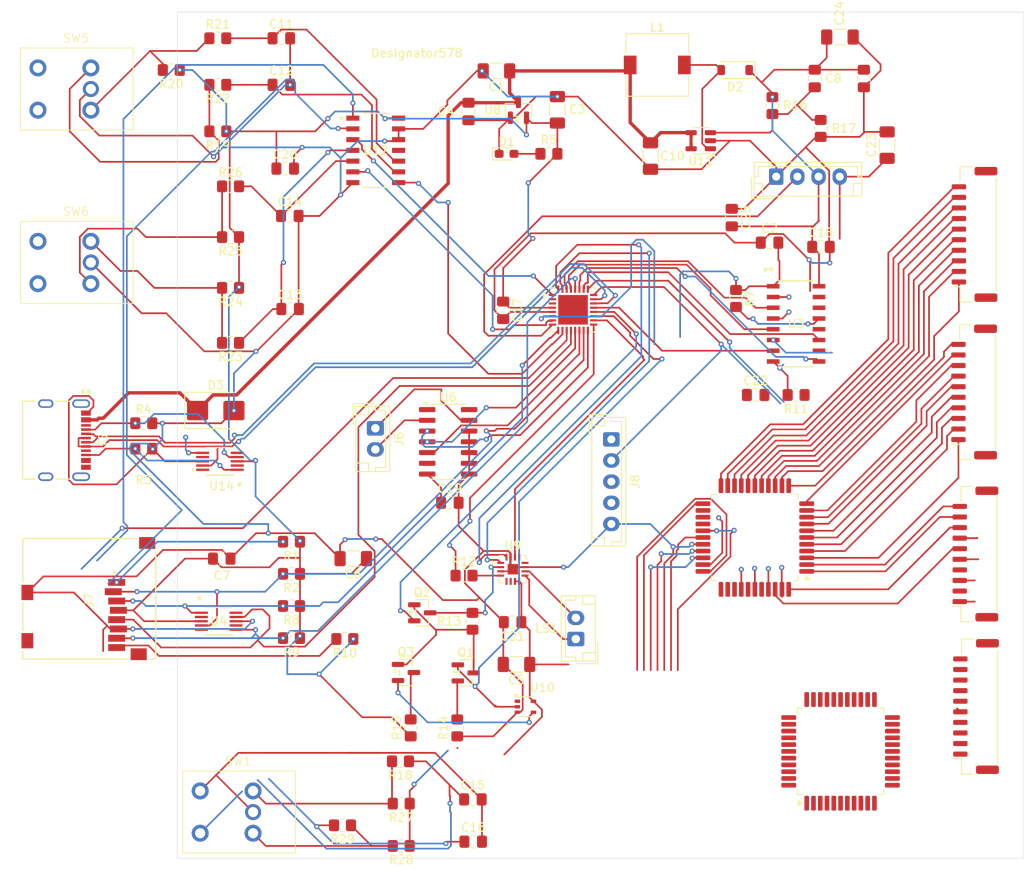
<source format=kicad_pcb>
(kicad_pcb (version 20241229) (generator "pcbnew") (generator_version "9.0")
  (layers (0 "F.Cu" signal) (2 "B.Cu" signal) (13 "F.Paste" user) (15 "B.Paste" user) (5 "F.SilkS" user "F.Silkscreen") (7 "B.SilkS" user "B.Silkscreen") (1 "F.Mask" user) (3 "B.Mask" user) (25 "Edge.Cuts" user))
  (net 0 "")
  (net 1 "+5V")
  (net 2 "GND")
  (net 3 "+3.3V")
  (net 4 "Net-(U11-FB)")
  (net 5 "+12V")
  (net 6 "Net-(C11-Pad1)")
  (net 7 "Net-(C12-Pad1)")
  (net 8 "Net-(C13-Pad1)")
  (net 9 "Net-(C14-Pad1)")
  (net 10 "Net-(C15-Pad1)")
  (net 11 "Net-(C16-Pad1)")
  (net 12 "+170V")
  (net 13 "Net-(D1-A)")
  (net 14 "Net-(D2-A)")
  (net 15 "Net-(J2-CC2)")
  (net 16 "Net-(J2-CC1)")
  (net 17 "/USB_DP")
  (net 18 "Net-(J6-Pin_2)")
  (net 19 "Net-(J6-Pin_1)")
  (net 21 "/SWDIO")
  (net 22 "Net-(U9-OUTP)")
  (net 23 "Net-(U9-OUTN)")
  (net 24 "Net-(Q1-D)")
  (net 25 "Net-(Q1-S)")
  (net 26 "/GAIN0")
  (net 27 "/GAIN1")
  (net 28 "Net-(Q2-D)")
  (net 29 "Net-(Q3-D)")
  (net 30 "Net-(Q3-G)")
  (net 31 "Net-(J7-DAT2)")
  (net 32 "/SD_NSS")
  (net 33 "Net-(U3-Select)")
  (net 34 "/SD_MOSI")
  (net 35 "/SD_MISO")
  (net 36 "Net-(J7-DAT1)")
  (net 37 "Net-(U3-Fin)")
  (net 38 "Net-(U9-~{SD_MODE})")
  (net 39 "/AU_~{SD}")
  (net 40 "Net-(R18-Pad2)")
  (net 41 "Net-(R19-Pad2)")
  (net 42 "Net-(R20-Pad2)")
  (net 43 "Net-(R23-Pad2)")
  (net 44 "Net-(R25-Pad2)")
  (net 45 "Net-(R28-Pad2)")
  (net 48 "/NPOL")
  (net 49 "Net-(U1A-DATA_OUT)")
  (net 50 "/NBL")
  (net 53 "/NLE")
  (net 54 "/Din")
  (net 55 "/CLK")
  (net 85 "/HV_CLK")
  (net 86 "/HV_~{LE}")
  (net 87 "/HV_~{POL}")
  (net 88 "/HV_~{BL}")
  (net 90 "/HV_DIN")
  (net 91 "/SD_SCK")
  (net 94 "Net-(U13-PA1)")
  (net 95 "/CAP_SCL")
  (net 96 "/CAP_SDA")
  (net 97 "/CAP_INT")
  (net 99 "/AU_LRCLK")
  (net 103 "/AU_BCLK")
  (net 104 "/AU_DIN")
  (net 106 "/MODE_SEL")
  (net 107 "/ROT2")
  (net 108 "/ROT1")
  (net 112 "/SWCLK")
  (net 113 "/~{RESET}")
  (net 114 "/ENTER")
  (net 116 "Net-(J1-Pin_7)")
  (net 117 "Net-(J1-Pin_10)")
  (net 118 "Net-(J1-Pin_4)")
  (net 119 "Net-(J1-Pin_5)")
  (net 120 "Net-(J1-Pin_9)")
  (net 121 "Net-(J1-Pin_3)")
  (net 122 "Net-(J1-Pin_8)")
  (net 123 "Net-(J1-Pin_2)")
  (net 124 "Net-(J1-Pin_1)")
  (net 125 "Net-(J1-Pin_6)")
  (net 126 "Net-(J3-Pin_2)")
  (net 127 "Net-(J3-Pin_10)")
  (net 128 "Net-(J3-Pin_3)")
  (net 129 "Net-(J3-Pin_8)")
  (net 130 "Net-(J3-Pin_7)")
  (net 131 "Net-(J3-Pin_4)")
  (net 132 "Net-(J3-Pin_5)")
  (net 133 "Net-(J3-Pin_6)")
  (net 134 "Net-(J3-Pin_1)")
  (net 135 "Net-(J3-Pin_9)")
  (net 136 "Net-(J4-Pin_2)")
  (net 137 "Net-(J4-Pin_4)")
  (net 138 "Net-(J4-Pin_1)")
  (net 139 "Net-(J4-Pin_8)")
  (net 140 "Net-(J4-Pin_6)")
  (net 141 "Net-(J4-Pin_7)")
  (net 142 "Net-(J4-Pin_10)")
  (net 143 "Net-(J4-Pin_3)")
  (net 144 "Net-(J4-Pin_9)")
  (net 145 "Net-(J4-Pin_5)")
  (net 146 "Net-(J5-Pin_7)")
  (net 147 "Net-(J5-Pin_9)")
  (net 148 "Net-(J5-Pin_6)")
  (net 149 "Net-(J5-Pin_3)")
  (net 150 "Net-(J5-Pin_4)")
  (net 151 "Net-(J5-Pin_10)")
  (net 152 "Net-(J5-Pin_2)")
  (net 153 "Net-(J5-Pin_8)")
  (net 154 "Net-(J5-Pin_1)")
  (net 155 "Net-(J5-Pin_5)")
  (net 162 "/USB_DN")
  (footprint "Package_DFN_QFN:UFQFPN-32-1EP_5x5mm_P0.5mm_EP3.5x3.5mm" (layer "F.Cu") (at 155.25 49.9375)
    (property "Reference" "U13" (hide yes))
    (property "Value" "STM32G0B1KEU6")
  )
  (footprint "footprints:PEC09-2xxxF-Sxxxx" (layer "F.Cu") (at 91.794998 44.345)
    (property "Reference" "SW6")
    (property "Value" "PEC16-2015F-N0024" (hide yes))
  )
  (footprint "Connector_JST:JST_GH_SM10B-GHS-TB_1x10-1MP_P1.25mm_Horizontal" (layer "F.Cu") (at 202.675 41.025 90)
    (property "Reference" "J1" (hide yes))
    (property "Value" "Conn_01x10_Pin")
  )
  (footprint "footprints:PEC09-2xxxF-Sxxxx" (layer "F.Cu") (at 91.794998 23.845)
    (property "Reference" "SW5")
    (property "Value" "PEC16-2015F-N0024" (hide yes))
  )
  (footprint "Package_SO:SOIC-14_3.9x8.7mm_P1.27mm" (layer "F.Cu") (at 140.499999 65.54)
    (property "Reference" "U6")
    (property "Value" "CAP1206-x-SL")
  )
  (footprint "Resistor_SMD:R_0805_2012Metric_Pad1.20x1.40mm_HandSolder" (layer "F.Cu") (at 121.994998 81.145 180)
    (property "Reference" "R2")
    (property "Value" "50k")
  )
  (footprint "Capacitor_SMD:C_0805_2012Metric_Pad1.18x1.45mm_HandSolder" (layer "F.Cu") (at 183.8 22.6 -90)
    (property "Reference" "C8")
    (property "Value" "27pF")
  )
  (footprint "footprints:MSOP10_3X3_ONS" (layer "F.Cu") (at 113.544998 67.845 180)
    (property "Reference" "U14")
    (property "Value" "CM1224-04MR")
  )
  (footprint "Resistor_SMD:R_0805_2012Metric_Pad1.20x1.40mm_HandSolder" (layer "F.Cu") (at 134.8675 103.3 180)
    (property "Reference" "R18")
    (property "Value" "10k")
  )
  (footprint "Capacitor_SMD:C_0805_2012Metric_Pad1.18x1.45mm_HandSolder" (layer "F.Cu") (at 121.794998 38.845)
    (property "Reference" "C14")
    (property "Value" "0.01uF")
  )
  (footprint "Capacitor_SMD:C_1206_3216Metric_Pad1.33x1.80mm_HandSolder" (layer "F.Cu") (at 129.294998 79.345 180)
    (property "Reference" "C6")
    (property "Value" "4.7u")
  )
  (footprint "Capacitor_SMD:C_0805_2012Metric_Pad1.18x1.45mm_HandSolder" (layer "F.Cu") (at 121.25 33.25)
    (property "Reference" "C20")
    (property "Value" "0.1uF")
  )
  (footprint "Resistor_SMD:R_0805_2012Metric_Pad1.20x1.40mm_HandSolder" (layer "F.Cu") (at 113.294998 28.845 180)
    (property "Reference" "R19")
    (property "Value" "10k")
  )
  (footprint "Package_TO_SOT_SMD:SOT-353_SC-70-5" (layer "F.Cu") (at 149.625 96.85)
    (property "Reference" "U10")
    (property "Value" "74AHC1G04")
  )
  (footprint "Capacitor_SMD:C_0805_2012Metric_Pad1.18x1.45mm_HandSolder" (layer "F.Cu") (at 148.1125 86.85 180)
    (property "Reference" "C21")
    (property "Value" "0.1uF")
  )
  (footprint "Connector_JST:JST_EH_B2B-EH-A_1x02_P2.50mm_Vertical" (layer "F.Cu") (at 155.575 88.85 90)
    (property "Reference" "LS1")
    (property "Value" "Speaker")
  )
  (footprint "Resistor_SMD:R_0805_2012Metric_Pad1.20x1.40mm_HandSolder" (layer "F.Cu") (at 174.5 48.6 -90)
    (property "Reference" "R7")
    (property "Value" "330k")
  )
  (footprint "Resistor_SMD:R_0805_2012Metric_Pad1.20x1.40mm_HandSolder" (layer "F.Cu") (at 114.794998 53.845 180)
    (property "Reference" "R23")
    (property "Value" "10k")
  )
  (footprint "Capacitor_SMD:C_0805_2012Metric_Pad1.18x1.45mm_HandSolder" (layer "F.Cu") (at 143.42 107.8)
    (property "Reference" "C15")
    (property "Value" "0.01uF")
  )
  (footprint "footprints:SOIC-16_ONS" (layer "F.Cu") (at 181.6 51.6)
    (property "Reference" "U3")
    (property "Value" "4504")
  )
  (footprint "Capacitor_SMD:C_1206_3216Metric_Pad1.33x1.80mm_HandSolder" (layer "F.Cu") (at 146.2 21.701 180)
    (property "Reference" "C1")
    (property "Value" "10uF")
  )
  (footprint "footprints:12402012E212A_AMP" (layer "F.Cu") (at 94.044998 65.345 -90)
    (property "Reference" "J2")
    (property "Value" "USB_C_Receptacle_USB2.0_14P" (hide yes))
  )
  (footprint "Capacitor_SMD:C_0805_2012Metric_Pad1.18x1.45mm_HandSolder" (layer "F.Cu") (at 120.794998 17.845)
    (property "Reference" "C11")
    (property "Value" "0.01uF")
  )
  (footprint "Package_TO_SOT_SMD:SOT-23" (layer "F.Cu") (at 135.5125 92.8)
    (property "Reference" "Q3")
    (property "Value" "2N7002")
  )
  (footprint "Package_TO_SOT_SMD:SOT-23-5" (layer "F.Cu") (at 170.3375 29.95 180)
    (property "Reference" "U11")
    (property "Value" "TPS61040DBV")
  )
  (footprint "Diode_SMD:D_SOD-123" (layer "F.Cu") (at 174.4 21.6 180)
    (property "Reference" "D2")
    (property "Value" "MBR0530")
  )
  (footprint "Resistor_SMD:R_0805_2012Metric_Pad1.20x1.40mm_HandSolder" (layer "F.Cu") (at 113.294998 23.345 180)
    (property "Reference" "R22")
    (property "Value" "10k")
  )
  (footprint "Resistor_SMD:R_0805_2012Metric_Pad1.20x1.40mm_HandSolder" (layer "F.Cu") (at 128.294998 88.845 180)
    (property "Reference" "R10")
    (property "Value" "50k")
  )
  (footprint "Package_TO_SOT_SMD:SOT-23" (layer "F.Cu") (at 137.4375 85.75)
    (property "Reference" "Q2")
    (property "Value" "2N7002")
  )
  (footprint "Resistor_SMD:R_0805_2012Metric_Pad1.20x1.40mm_HandSolder" (layer "F.Cu") (at 136.075 99.35 90)
    (property "Reference" "R15")
    (property "Value" "2k")
  )
  (footprint "LED_SMD:LED_0603_1608Metric_Pad1.05x0.95mm_HandSolder" (layer "F.Cu") (at 147.4 31.501)
    (property "Reference" "D1")
    (property "Value" "LED")
  )
  (footprint "Resistor_SMD:R_0805_2012Metric_Pad1.20x1.40mm_HandSolder" (layer "F.Cu") (at 114.794998 35.345)
    (property "Reference" "R26")
    (property "Value" "10k")
  )
  (footprint "Capacitor_SMD:C_0805_2012Metric_Pad1.18x1.45mm_HandSolder" (layer "F.Cu") (at 140.699999 72.74)
    (property "Reference" "C19")
    (property "Value" "0.1uF")
  )
  (footprint "Resistor_SMD:R_0805_2012Metric_Pad1.20x1.40mm_HandSolder" (layer "F.Cu") (at 141.575 99.35 90)
    (property "Reference" "R14")
    (property "Value" "2k")
  )
  (footprint "Resistor_SMD:R_0805_2012Metric_Pad1.20x1.40mm_HandSolder" (layer "F.Cu") (at 121.994998 77.345 180)
    (property "Reference" "R1")
    (property "Value" "50k")
  )
  (footprint "Capacitor_SMD:C_0805_2012Metric_Pad1.18x1.45mm_HandSolder" (layer "F.Cu") (at 113.757498 79.345 180)
    (property "Reference" "C7")
    (property "Value" "0.1u")
  )
  (footprint "Capacitor_SMD:C_0805_2012Metric_Pad1.18x1.45mm_HandSolder" (layer "F.Cu") (at 184.5375 42.5)
    (property "Reference" "C18")
    (property "Value" "0.1uF")
  )
  (footprint "Resistor_SMD:R_0805_2012Metric_Pad1.20x1.40mm_HandSolder" (layer "F.Cu") (at 181.6 60 180)
    (property "Reference" "R11")
    (property "Value" "10k")
  )
  (footprint "Package_QFP:PQFP-44_10x10mm_P0.8mm" (layer "F.Cu") (at 176.725 76.85 180)
    (property "Reference" "U1" (hide yes))
    (property "Value" "HV5622PG" (hide yes))
  )
  (footprint "Capacitor_SMD:C_1206_3216Metric_Pad1.33x1.80mm_HandSolder" (layer "F.Cu") (at 148.575 91.85 180)
    (property "Reference" "C5")
    (property "Value" "10uF")
  )
  (footprint "Resistor_SMD:R_0805_2012Metric_Pad1.20x1.40mm_HandSolder" (layer "F.Cu") (at 184.5 28.5 -90)
    (property "Reference" "R17")
    (property "Value" "160k")
  )
  (footprint "Capacitor_SMD:C_1206_3216Metric_Pad1.33x1.80mm_HandSolder" (layer "F.Cu") (at 164.4 31.7625 -90)
    (property "Reference" "C10")
    (property "Value" "4.7u")
  )
  (footprint "footprints:D0014A-MFG" (layer "F.Cu") (at 131.945 31.095)
    (property "Reference" "U12")
    (property "Value" "74HC86")
  )
  (footprint "Resistor_SMD:R_0805_2012Metric_Pad1.20x1.40mm_HandSolder" (layer "F.Cu") (at 178.8 25.8 -90)
    (property "Reference" "R16")
    (property "Value" "1.5M")
  )
  (footprint "Resistor_SMD:R_0805_2012Metric_Pad1.20x1.40mm_HandSolder" (layer "F.Cu") (at 134.9575 108.3 180)
    (property "Reference" "R27")
    (property "Value" "10k")
  )
  (footprint "Resistor_SMD:R_0805_2012Metric_Pad1.20x1.40mm_HandSolder" (layer "F.Cu") (at 114.794998 47.345 180)
    (property "Reference" "R24")
    (property "Value" "10k")
  )
  (footprint "Inductor_SMD:L_7.3x7.3_H4.5" (layer "F.Cu") (at 165.2 21)
    (property "Reference" "L1")
    (property "Value" "10uH")
  )
  (footprint "Capacitor_SMD:C_0805_2012Metric_Pad1.18x1.45mm_HandSolder" (layer "F.Cu") (at 189.6 22.6 -90)
    (property "Reference" "C9" (hide yes))
    (property "Value" "1u")
  )
  (footprint "Connector_JST:JST_GH_SM10B-GHS-TB_1x10-1MP_P1.25mm_Horizontal" (layer "F.Cu") (at 202.625 59.65 90)
    (property "Reference" "J3" (hide yes))
    (property "Value" "Conn_01x10_Pin")
  )
  (footprint "Connector_JST:JST_GH_SM10B-GHS-TB_1x10-1MP_P1.25mm_Horizontal" (layer "F.Cu") (at 202.85 96.825 90)
    (property "Reference" "J5" (hide yes))
    (property "Value" "Conn_01x10_Pin")
  )
  (footprint "Capacitor_SMD:C_0805_2012Metric_Pad1.18x1.45mm_HandSolder" (layer "F.Cu") (at 174 39.0375 -90)
    (property "Reference" "C25")
    (property "Value" "0.1uF")
  )
  (footprint "footprints:MEM2061-01-188-00-A_GCT" (layer "F.Cu") (at 98.116599 84.095001 90)
    (property "Reference" "J7")
    (property "Value" "Micro_SD_Card_Det1")
  )
  (footprint "Resistor_SMD:R_0805_2012Metric_Pad1.20x1.40mm_HandSolder" (layer "F.Cu") (at 107.794998 21.595 180)
    (property "Reference" "R20")
    (property "Value" "10k")
  )
  (footprint "Package_DFN_QFN:TQFN-16-1EP_3x3mm_P0.5mm_EP1.23x1.23mm" (layer "F.Cu") (at 148.1375 80.6)
    (property "Reference" "U9")
    (property "Value" "MAX98357A")
  )
  (footprint "Capacitor_SMD:C_0805_2012Metric_Pad1.18x1.45mm_HandSolder" (layer "F.Cu") (at 178.4625 42)
    (property "Reference" "C2")
    (property "Value" "0.1uF")
  )
  (footprint "footprints:MSOP10_3X3_ONS" (layer "F.Cu") (at 113.394998 86.745)
    (property "Reference" "U4")
    (property "Value" "CM1224-04MR")
  )
  (footprint "Resistor_SMD:R_0805_2012Metric_Pad1.20x1.40mm_HandSolder" (layer "F.Cu") (at 128.02 110.8625 180)
    (property "Reference" "R29")
    (property "Value" "10k")
  )
  (footprint "Resistor_SMD:R_0805_2012Metric_Pad1.20x1.40mm_HandSolder" (layer "F.Cu") (at 104.544998 63.345)
    (property "Reference" "R4")
    (property "Value" "5.1k 1%")
  )
  (footprint "Capacitor_SMD:C_1206_3216Metric_Pad1.33x1.80mm_HandSolder" (layer "F.Cu") (at 153.4 26.301 90)
    (property "Reference" "C3")
    (property "Value" "4.7uF")
  )
  (footprint "Capacitor_SMD:C_0805_2012Metric_Pad1.18x1.45mm_HandSolder" (layer "F.Cu") (at 120.794998 23.345)
    (property "Reference" "C12")
    (property "Value" "0.01uF")
  )
  (footprint "Connector_JST:JST_EH_B4B-EH-A_1x04_P2.50mm_Vertical" (layer "F.Cu") (at 179.25 34.2)
    (property "Reference" "U5" (hide yes))
    (property "Value" "NCH6100HV")
  )
  (footprint "Capacitor_SMD:C_1206_3216Metric_Pad1.33x1.80mm_HandSolder" (layer "F.Cu") (at 192.35 30.475 90)
    (property "Reference" "C23")
    (property "Value" "10uF")
  )
  (footprint "Package_TO_SOT_SMD:SOT-23" (layer "F.Cu") (at 142.575 92.85)
    (property "Reference" "Q1")
    (property "Value" "2N7002")
  )
  (footprint "Resistor_SMD:R_0805_2012Metric_Pad1.20x1.40mm_HandSolder" (layer "F.Cu") (at 152.4 31.501)
    (property "Reference" "R5")
    (property "Value" "670")
  )
  (footprint "Resistor_SMD:R_0805_2012Metric_Pad1.20x1.40mm_HandSolder" (layer "F.Cu") (at 134.9575 113.3 180)
    (property "Reference" "R28")
    (property "Value" "10k")
  )
  (footprint "Resistor_SMD:R_0805_2012Metric_Pad1.20x1.40mm_HandSolder" (layer "F.Cu") (at 114.794998 41.345 180)
    (property "Reference" "R25")
    (property "Value" "10k")
  )
  (footprint "Connector_JST:JST_GH_SM10B-GHS-TB_1x10-1MP_P1.25mm_Horizontal" (layer "F.Cu") (at 202.775 78.8 90)
    (property "Reference" "J4" (hide yes))
    (property "Value" "Conn_01x10_Pin")
  )
  (footprint "Capacitor_SMD:C_1206_3216Metric_Pad1.33x1.80mm_HandSolder" (layer "F.Cu") (at 186.775 17.7)
    (property "Reference" "C24")
    (property "Value" "10uF")
  )
  (footprint "Resistor_SMD:R_0805_2012Metric_Pad1.20x1.40mm_HandSolder" (layer "F.Cu") (at 142.375 81.35)
    (property "Reference" "R12")
    (property "Value" "633k")
  )
  (footprint "Resistor_SMD:R_0805_2012Metric_Pad1.20x1.40mm_HandSolder" (layer "F.Cu") (at 121.994998 84.945 180)
    (property "Reference" "R8")
    (property "Value" "50k")
  )
  (footprint "Package_QFP:PQFP-44_10x10mm_P0.8mm" (layer "F.Cu") (at 186.85 102.125 90)
    (property "Reference" "U2" (hide yes))
    (property "Value" "HV5622PG" (hide yes))
  )
  (footprint "Capacitor_SMD:C_0805_2012Metric_Pad1.18x1.45mm_HandSolder" (layer "F.Cu") (at 121.832498 49.845)
    (property "Reference" "C13")
    (property "Value" "0.01uF")
  )
  (footprint "Resistor_SMD:R_0805_2012Metric_Pad1.20x1.40mm_HandSolder" (layer "F.Cu") (at 113.294998 17.845)
    (property "Reference" "R21")
    (property "Value" "10k")
  )
  (footprint "Capacitor_SMD:C_0805_2012Metric_Pad1.18x1.45mm_HandSolder" (layer "F.Cu") (at 176.825 60)
    (property "Reference" "C22")
    (property "Value" "0.1uF")
  )
  (footprint "Capacitor_SMD:C_0805_2012Metric_Pad1.18x1.45mm_HandSolder" (layer "F.Cu") (at 143.4575 112.8)
    (property "Reference" "C16")
    (property "Value" "0.01uF")
  )
  (footprint "Resistor_SMD:R_0805_2012Metric_Pad1.20x1.40mm_HandSolder" (layer "F.Cu") (at 143.375 86.75 90)
    (property "Reference" "R13")
    (property "Value" "100k+-5%")
  )
  (footprint "Capacitor_SMD:C_0805_2012Metric_Pad1.18x1.45mm_HandSolder" (layer "F.Cu") (at 147 50 -90)
    (property "Reference" "C17")
    (property "Value" "0.1uF")
  )
  (footprint "Capacitor_SMD:C_0805_2012Metric_Pad1.18x1.45mm_HandSolder" (layer "F.Cu") (at 142.9 26.501 -90)
    (property "Reference" "C4")
    (property "Value" "1uF")
  )
  (footprint "Resistor_SMD:R_0805_2012Metric_Pad1.20x1.40mm_HandSolder" (layer "F.Cu") (at 104.544998 66.345)
    (property "Reference" "R3")
    (property "Value" "5.1k 1%")
  )
  (footprint "footprints:PEC09-2xxxF-Sxxxx" (layer "F.Cu") (at 110.9575 109.3)
    (property "Reference" "SW1")
    (property "Value" "PEC11J-9215F-S0015" (hide yes))
  )
  (footprint "Resistor_SMD:R_0805_2012Metric_Pad1.20x1.40mm_HandSolder" (layer "F.Cu") (at 121.994998 88.745 180)
    (property "Reference" "R9")
    (property "Value" "50k")
  )
  (footprint "Diode_SMD:D_SMB" (layer "F.Cu") (at 113.044998 61.845)
    (property "Reference" "D3")
    (property "Value" "SMBJ6.0")
  )
  (footprint "Connector_JST:JST_EH_B5B-EH-A_1x05_P2.50mm_Vertical" (layer "F.Cu") (at 159.775 65.25 -90)
    (property "Reference" "J8")
    (property "Value" "Conn_ARM_JTAG_SWD_10")
  )
  (footprint "Package_TO_SOT_SMD:SOT-23" (layer "F.Cu") (at 148.8 26.301 90)
    (property "Reference" "U8")
    (property "Value" "MCP1700x-330xxTT")
  )
  (footprint "Connector_JST:JST_EH_B2B-EH-A_1x02_P2.50mm_Vertical" (layer "F.Cu") (at 131.899999 63.94 -90)
    (property "Reference" "J6")
    (property "Value" "Conn_01x02")
  )
  (gr_rect (start 108.5 14.75) (end 208.5 114.75) (stroke (width 0.05)) (fill no) (layer "Edge.Cuts"))
  (segment (start 142.0365 25.4635) (end 142.9 25.4635) (width 0.4) (layer "F.Cu") (net 1))
  (segment (start 162 27.8) (end 164.4 30.2) (width 0.4) (layer "F.Cu") (net 1))
  (segment (start 99.25 62.75) (end 99.055 62.945) (width 0.4) (layer "F.Cu") (net 1))
  (segment (start 161.299 21.701) (end 162 21) (width 0.2) (layer "F.Cu") (net 1))
  (segment (start 169.2 29) (end 165.6 29) (width 0.4) (layer "F.Cu") (net 1))
  (segment (start 147.7625 24.326) (end 148.8 25.3635) (width 0.4) (layer "F.Cu") (net 1))
  (segment (start 147.7625 21.701) (end 147.7625 24.326) (width 0.4) (layer "F.Cu") (net 1))
  (segment (start 99.055 62.945) (end 97.715298 62.945) (width 0.4) (layer "F.Cu") (net 1))
  (segment (start 102.75 59.75) (end 99.75 62.75) (width 0.4) (layer "F.Cu") (net 1))
  (segment (start 148.7 25.4635) (end 148.8 25.3635) (width 0.2) (layer "F.Cu") (net 1))
  (segment (start 112.739998 60) (end 115.5 60) (width 0.4) (layer "F.Cu") (net 1))
  (segment (start 108.799998 59.75) (end 102.75 59.75) (width 0.4) (layer "F.Cu") (net 1))
  (segment (start 115.5 60) (end 140.5 35) (width 0.4) (layer "F.Cu") (net 1))
  (segment (start 140.5 35) (end 140.5 27) (width 0.4) (layer "F.Cu") (net 1))
  (segment (start 143.6 25.4635) (end 148.7 25.4635) (width 0.4) (layer "F.Cu") (net 1))
  (segment (start 165.6 29) (end 164.4 30.2) (width 0.4) (layer "F.Cu") (net 1))
  (segment (start 162 21) (end 162 27.8) (width 0.4) (layer "F.Cu") (net 1))
  (segment (start 140.5 27) (end 142.0365 25.4635) (width 0.4) (layer "F.Cu") (net 1))
  (segment (start 169.2 29) (end 169.2 30.9) (width 0.4) (layer "F.Cu") (net 1))
  (segment (start 147.7625 21.701) (end 161.299 21.701) (width 0.4) (layer "F.Cu") (net 1))
  (segment (start 110.894998 61.845) (end 112.739998 60) (width 0.4) (layer "F.Cu") (net 1))
  (segment (start 99.75 62.75) (end 99.25 62.75) (width 0.4) (layer "F.Cu") (net 1))
  (segment (start 108.799998 59.75) (end 110.894998 61.845) (width 0.4) (layer "F.Cu") (net 1))
  (segment (start 125.305 38.845) (end 127.799999 36.350001) (width 0.2) (layer "F.Cu") (net 2))
  (segment (start 150.870532 24.7385) (end 148.370532 27.2385) (width 0.2) (layer "F.Cu") (net 2))
  (segment (start 95.693398 70.040195) (end 96.224003 70.5708) (width 0.2) (layer "F.Cu") (net 2))
  (segment (start 139.875 84.25) (end 132.65 77.025) (width 0.2) (layer "F.Cu") (net 2))
  (segment (start 127.799999 36.350001) (end 129.245 34.905) (width 0.2) (layer "F.Cu") (net 2))
  (segment (start 113.694998 63.345) (end 115.194998 61.845) (width 0.2) (layer "F.Cu") (net 2))
  (segment (start 142.474 82.249) (end 142.474 80.66484) (width 0.2) (layer "F.Cu") (net 2))
  (segment (start 147.602298 78.449) (end 147.8135 78.660202) (width 0.2) (layer "F.Cu") (net 2))
  (segment (start 137.546 28.555) (end 134.645 28.555) (width 0.2) (layer "F.Cu") (net 2))
  (segment (start 153.4 24.7385) (end 155.8135 24.7385) (width 0.2) (layer "F.Cu") (net 2))
  (segment (start 113.0825 104.925) (end 115.7085 102.299) (width 0.2) (layer "F.Cu") (net 2))
  (segment (start 144.5 21.701) (end 144.6375 21.701) (width 0.2) (layer "F.Cu") (net 2))
  (segment (start 107.196591 50.345) (end 104.294998 50.345) (width 0.2) (layer "F.Cu") (net 2))
  (segment (start 132.475002 102.299) (end 138.9565 102.299) (width 0.2) (layer "F.Cu") (net 2))
  (segment (start 164.4 33.325) (end 170.425 33.325) (width 0.2) (layer "F.Cu") (net 2))
  (segment (start 180.6 60) (end 180.6 57.7501) (width 0.2) (layer "F.Cu") (net 2))
  (segment (start 173.22534 40.899) (end 174.32634 42) (width 0.2) (layer "F.Cu") (net 2))
  (segment (start 96.224003 60.1192) (end 95.693398 60.649805) (width 0.2) (layer "F.Cu") (net 2))
  (segment (start 141.737499 72.74) (end 141.737499 75.496659) (width 0.2) (layer "F.Cu") (net 2))
  (segment (start 166.025 79.9) (end 166.025 92.525) (width 0.2) (layer "F.Cu") (net 2))
  (segment (start 185.5 33.5) (end 182.725 30.725) (width 0.2) (layer "F.Cu") (net 2))
  (segment (start 183.95 29.5) (end 184.5 29.5) (width 0.2) (layer "F.Cu") (net 2))
  (segment (start 92.692398 81.4476) (end 90.794998 83.345) (width 0.2) (layer "F.Cu") (net 2))
  (segment (start 176.15 29.95) (end 179.25 33.05) (width 0.2) (layer "F.Cu") (net 2))
  (segment (start 147.8875 80.35) (end 148.1375 80.6) (width 0.2) (layer "F.Cu") (net 2))
  (segment (start 123.25 30.744) (end 122.2875 31.7065) (width 0.2) (layer "F.Cu") (net 2))
  (segment (start 153.4 24.7385) (end 150.870532 24.7385) (width 0.2) (layer "F.Cu") (net 2))
  (segment (start 147.8875 80.85) (end 148.1375 80.6) (width 0.2) (layer "F.Cu") (net 2))
  (segment (start 103.692398 81.4476) (end 92.692398 81.4476) (width 0.2) (layer "F.Cu") (net 2))
  (segment (start 106.820998 78.319) (end 103.692398 81.4476) (width 0.2) (layer "F.Cu") (net 2))
  (segment (start 113.768998 78.319) (end 106.820998 78.319) (width 0.2) (layer "F.Cu") (net 2))
  (segment (start 134.47 30) (end 134.645 29.825) (width 0.2) (layer "F.Cu") (net 2))
  (segment (start 105.599999 66.400001) (end 105.544998 66.345) (width 0.2) (layer "F.Cu") (net 2))
  (segment (start 147.8875 78.734202) (end 147.602298 78.449) (width 0.2) (layer "F.Cu") (net 2))
  (segment (start 189.6 23.6375) (end 191.575 21.6625) (width 0.2) (layer "F.Cu") (net 2))
  (segment (start 142.974999 65.54) (end 142.974999 66.81) (width 0.2) (layer "F.Cu") (net 2))
  (segment (start 98.066593 60.1192) (end 96.224003 60.1192) (width 0.2) (layer "F.Cu") (net 2))
  (segment (start 117.868998 54.846) (end 122.869998 49.845) (width 0.2) (layer "F.Cu") (net 2))
  (segment (start 142.974999 64.27) (end 142.974999 65.54) (width 0.2) (layer "F.Cu") (net 2))
  (segment (start 175.45 38) (end 179.25 34.2) (width 0.2) (layer "F.Cu") (net 2))
  (segment (start 180.07266 40.974) (end 183.12433 44.02567) (width 0.2) (layer "F.Cu") (net 2))
  (segment (start 121.832498 17.845) (end 121.832498 23.345) (width 0.2) (layer "F.Cu") (net 2))
  (segment (start 182.725 30.725) (end 183.95 29.5) (width 0.2) (layer "F.Cu") (net 2))
  (segment (start 95.693398 60.649805) (end 95.693398 70.040195) (width 0.2) (layer "F.Cu") (net 2))
  (segment (start 189.55 29.05) (end 189.6 29) (width 0.2) (layer "F.Cu") (net 2))
  (segment (start 117.868998 54.846) (end 117.794998 54.846) (width 0.2) (layer "F.Cu") (net 2))
  (segment (start 180.6 57.7501) (end 179.67495 56.82505) (width 0.2) (layer "F.Cu") (net 2))
  (segment (start 143.9 21.701) (end 144.5 21.701) (width 0.2) (layer "F.Cu") (net 2))
  (segment (start 111.697591 54.846) (end 107.196591 50.345) (width 0.2) (layer "F.Cu") (net 2))
  (segment (start 189.6 29) (end 189.6 29.075) (width 0.2) (layer "F.Cu") (net 2))
  (segment (start 148.370532 27.2385) (end 147.85 27.2385) (width 0.2) (layer "F.Cu") (net 2))
  (segment (start 122.832498 49.8075) (end 122.869998 49.845) (width 0.2) (layer "F.Cu") (net 2))
  (segment (start 110.294998 29.345) (end 112.794998 31.845) (width 0.2) (layer "F.Cu") (net 2))
  (segment (start 143.875 84.25) (end 139.875 84.25) (width 0.2) (layer "F.Cu") (net 2))
  (segment (start 105.544998 63.345) (end 106.75 63.345) (width 0.2) (layer "F.Cu") (net 2))
  (segment (start 184.5 29.5) (end 189.1 29.5) (width 0.2) (layer "F.Cu") (net 2))
  (segment (start 179.67495 56.82505) (end 178.8949 56.045) (width 0.2) (layer "F.Cu") (net 2))
  (segment (start 117.795998 76.344) (end 114.794998 79.345) (width 0.2) (layer "F.Cu") (net 2))
  (segment (start 170.6 77.65) (end 169.275 77.65) (width 0.2) (layer "F.Cu") (net 2))
  (segment (start 147.8135 80.276) (end 148.1375 80.6) (width 0.2) (layer "F.Cu") (net 2))
  (segment (start 179.25 33.05) (end 179.25 34.2) (width 0.2) (layer "F.Cu") (net 2))
  (segment (start 149.301 97.198999) (end 149.301 94.1385) (width 0.2) (layer "F.Cu") (net 2))
  (segment (start 145.974 45.176057) (end 150.251057 40.899) (width 0.2) (layer "F.Cu") (net 2))
  (segment (start 185.575 44.4) (end 185.575 44.5) (width 0.2) (layer "F.Cu") (net 2))
  (segment (start 144.495 107.8375) (end 144.4575 107.8) (width 0.2) (layer "F.Cu") (net 2))
  (segment (start 189.6 28.825) (end 189.6 29) (width 0.2) (layer "F.Cu") (net 2))
  (segment (start 147.550001 27.538499) (end 147.85 27.2385) (width 0.2) (layer "F.Cu") (net 2))
  (segment (start 97.715298 62.144999) (end 97.852394 62.144999) (width 0.2) (layer "F.Cu") (net 2))
  (segment (start 98.597198 60.649805) (end 98.066593 60.1192) (width 0.2) (layer "F.Cu") (net 2))
  (segment (start 97.852394 62.144999) (end 98.597198 61.400195) (width 0.2) (layer "F.Cu") (net 2))
  (segment (start 119.25 76.344) (end 117.795998 76.344) (width 0.2) (layer "F.Cu") (net 2))
  (segment (start 142.9 27.5385) (end 147.550001 27.538499) (width 0.2) (layer "F.Cu") (net 2))
  (segment (start 132.65 77.025) (end 131.95 77.025) (width 0.2) (layer "F.Cu") (net 2))
  (segment (start 142.474 80.66484) (end 144.68984 78.449) (width 0.2) (layer "F.Cu") (net 2))
  (segment (start 101.545 87.655001) (end 100.594999 87.655001) (width 0.2) (layer "F.Cu") (net 2))
  (segment (start 99.294998 29.345) (end 110.294998 29.345) (width 0.2) (layer "F.Cu") (net 2))
  (segment (start 96.284998 83.345) (end 90.794998 83.345) (width 0.2) (layer "F.Cu") (net 2))
  (segment (start 147.8875 79.1625) (end 147.8875 80.35) (width 0.2) (layer "F.Cu") (net 2))
  (segment (start 101.319198 70.5708) (end 105.544998 66.345) (width 0.2) (layer "F.Cu") (net 2))
  (segment (start 147.0125 91.85) (end 147.0125 86.9125) (width 0.2) (layer "F.Cu") (net 2))
  (segment (start 192.35 28.9125) (end 189.6875 28.9125) (width 0.2) (layer "F.Cu") (net 2))
  (segment (start 147.8135 78.660202) (end 147.8135 80.276) (width 0.2) (layer "F.Cu") (net 2))
  (segment (start 147.8875 79.1625) (end 147.8875 78.734202) (width 0.2) (layer "F.Cu") (net 2))
  (segment (start 147.85 50.1875) (end 152.8125 50.1875) (width 0.2) (layer "F.Cu") (net 2))
  (segment (start 189.6875 28.9125) (end 189.6 28.825) (width 0.2) (layer "F.Cu") (net 2))
  (segment (start 98.294998 44.345) (end 104.294998 50.345) (width 0.2) (layer "F.Cu") (net 2))
  (segment (start 100.594999 87.655001) (end 100.219999 87.280001) (width 0.2) (layer "F.Cu") (net 2))
  (segment (start 127.732498 79.345) (end 127.732498 77.692502) (width 0.2) (layer "F.Cu") (net 2))
  (segment (start 148.3875 80.35) (end 149.575 80.35) (width 0.2) (layer "F.Cu") (net 2))
  (segment (start 142.974999 68.08) (end 142.974999 66.81) (width 0.2) (layer "F.Cu") (net 2))
  (segment (start 98.294998 23.845) (end 96.993998 25.146) (width 0.2) (layer "F.Cu") (net 2))
  (segment (start 142.974999 68.08) (end 142.974999 69.35) (width 0.2) (layer "F.Cu") (net 2))
  (segment (start 115.7085 102.299) (end 132.475002 102.299) (width 0.2) (layer "F.Cu") (net 2))
  (segment (start 106.75 63.345) (end 113.694998 63.345) (width 0.2) (layer "F.Cu") (net 2))
  (segment (start 144.495 112.8) (end 144.495 107.8375) (width 0.2) (layer "F.Cu") (net 2))
  (segment (start 117.4575 109.3) (end 113.0825 104.925) (width 0.2) (layer "F.Cu") (net 2))
  (segment (start 155.8135 24.7385) (end 164.4 33.325) (width 0.2) (layer "F.Cu") (net 2))
  (segment (start 149.301 94.1385) (end 147.0125 91.85) (width 0.2) (layer "F.Cu") (net 2))
  (segment (start 178.451 40.974) (end 180.07266 40.974) (width 0.2) (layer "F.Cu") (net 2))
  (segment (start 148.675 97.5) (end 148.999999 97.5) (width 0.2) (layer "F.Cu") (net 2))
  (segment (start 122.2875 31.7065) (end 122.2875 33.25) (width 0.2) (layer "F.Cu") (net 2))
  (segment (start 117.794998 54.846) (end 111.697591 54.846) (width 0.2) (layer "F.Cu") (net 2))
  (segment (start 167.075798 77.950616) (end 167.075 77.951414) (width 0.2) (layer "F.Cu") (net 2))
  (segment (start 183.2548 44.15614) (end 183.2548 47.7227) (width 0.2) (layer "F.Cu") (net 2))
  (segment (start 127.732498 79.345) (end 124.731498 76.344) (width 0.2) (layer "F.Cu") (net 2))
  (segment (start 111.500298 67.845) (end 107.044998 67.845) (width 0.2) (layer "F.Cu") (net 2))
  (segment (start 99.75 87.75) (end 100.219999 87.280001) (width 0.2) (layer "F.Cu") (net 2))
  (segment (start 141.575 100.35) (end 141.625 100.35) (width 0.2) (layer "F.Cu") (net 2))
  (segment (start 148.999999 97.5) (end 149.301 97.198999) (width 0.2) (layer "F.Cu") (net 2))
  (segment (start 124.731498 76.344) (end 119.25 76.344) (width 0.2) (layer "F.Cu") (net 2))
  (segment (start 140.4 25.701) (end 140.4 25.201) (width 0.2) (layer "F.Cu") (net 2))
  (segment (start 141.737499 75.496659) (end 144.68984 78.449) (width 0.2) (layer "F.Cu") (net 2))
  (segment (start 144.175 83.95) (end 142.474 82.249) (width 0.2) (layer "F.Cu") (net 2))
  (segment (start 146.525 31.501) (end 146.525 28.5635) (width 0.2) (layer "F.Cu") (net 2))
  (segment (start 96.993998 25.146) (end 96.993998 27.044) (width 0.2) (layer "F.Cu") (net 2))
  (segment (start 177.425 42) (end 178.451 40.974) (width 0.2) (layer "F.Cu") (net 2))
  (segment (start 114.794998 79.345) (end 113.768998 78.319) (width 0.2) (layer "F.Cu") (net 2))
  (segment (start 147.0125 86.9125) (end 147.075 86.85) (width 0.2) (layer "F.Cu") (net 2))
  (segment (start 145.825 100.35) (end 148.675 97.5) (width 0.2) (layer "F.Cu") (net 2))
  (segment (start 189.1 29.5) (end 189.55 29.05) (width 0.2) (layer "F.Cu") (net 2))
  (segment (start 183.12433 44.02567) (end 183.2548 44.15614) (width 0.2) (layer "F.Cu") (net 2))
  (segment (start 149.575 80.35) (end 154.125 80.35) (width 0.2) (layer "F.Cu") (net 2))
  (segment (start 111.2075 106.8) (end 113.0825 104.925) (width 0.2) (layer "F.Cu") (net 2))
  (segment (start 189.6 23.6375) (end 189.6 28.825) (width 0.2) (layer "F.Cu") (net 2))
  (segment (start 98.597198 61.400195) (end 98.597198 60.649805) (width 0.2) (layer "F.Cu") (net 2))
  (segment (start 141.737499 70.5875) (end 142.974999 69.35) (width 0.2) (layer "F.Cu") (net 2))
  (segment (start 133 30) (end 134.47 30) (width 0.2) (layer "F.Cu") (net 2))
  (segment (start 101.545 87.655001) (end 103.25 87.655001) (width 0.2) (layer "F.Cu") (net 2))
  (segment (start 167.075 78.85) (end 166.025 79.9) (width 0.2) (layer "F.Cu") (net 2))
  (segment (start 127.732498 77.692502) (end 128.325 77.1) (width 0.2) (layer "F.Cu") (net 2))
  (segment (start 173.8 29.95) (end 176.15 29.95) (width 0.2) (layer "F.Cu") (net 2))
  (segment (start 179.25 34.2) (end 182.725 30.725) (width 0.2) (layer "F.Cu") (net 2))
  (segment (start 174.32634 42) (end 177.425 42) (width 0.2) (layer "F.Cu") (net 2))
  (segment (start 147 51.0375) (end 145.974 50.0115) (width 0.2) (layer "F.Cu") (net 2))
  (segment (start 99.75 90.271702) (end 99.75 87.75) (width 0.2) (layer "F.Cu") (net 2))
  (segment (start 150.251057 40.899) (end 173.22534 40.899) (width 0.2) (layer "F.Cu") (net 2))
  (segment (start 122.832498 38.845) (end 122.832498 49.8075) (width 0.2) (layer "F.Cu") (net 2))
  (segment (start 185.575 42.5) (end 185.575 44.4) (width 0.2) (layer "F.Cu") (net 2))
  (segment (start 171.475 29.95) (end 173.8 29.95) (width 0.2) (layer "F.Cu") (net 2))
  (segment (start 100.219999 87.280001) (end 96.284998 83.345) (width 0.2) (layer "F.Cu") (net 2))
  (segment (start 148.1375 80.6) (end 148.3875 80.35) (width 0.2) (layer "F.Cu") (net 2))
  (segment (start 141.737499 72.74) (end 141.737499 70.5875) (width 0.2) (layer "F.Cu") (net 2))
  (segment (start 141.575 101.7) (end 141.625 101.75) (width 0.2) (layer "F.Cu") (net 2))
  (segment (start 140.4 25.201) (end 143.9 21.701) (width 0.2) (layer "F.Cu") (net 2))
  (segment (start 96.993998 27.044) (end 99.294998 29.345) (width 0.2) (layer "F.Cu") (net 2))
  (segment (start 174 38) (end 175.45 38) (width 0.2) (layer "F.Cu") (net 2))
  (segment (start 167.075 77.951414) (end 167.075 78.85) (width 0.2) (layer "F.Cu") (net 2))
  (segment (start 107.044998 67.845) (end 105.599999 66.400001) (width 0.2) (layer "F.Cu") (net 2))
  (segment (start 134.645 28.555) (end 134.645 29.825) (width 0.2) (layer "F.Cu") (net 2))
  (segment (start 141.625 100.35) (end 145.825 100.35) (width 0.2) (layer "F.Cu") (net 2))
  (segment (start 191.575 21.6625) (end 191.575 20.9375) (width 0.2) (layer "F.Cu") (net 2))
  (segment (start 96.224003 70.5708) (end 101.319198 70.5708) (width 0.2) (layer "F.Cu") (net 2))
  (segment (start 145.974 50.0115) (end 145.974 45.176057) (width 0.2) (layer "F.Cu") (net 2))
  (segment (start 138.9565 102.299) (end 144.4575 107.8) (width 0.2) (layer "F.Cu") (net 2))
  (segment (start 132.475002 102.299) (end 128.7348 102.299) (width 0.2) (layer "F.Cu") (net 2))
  (segment (start 144.175 83.95) (end 143.875 84.25) (width 0.2) (layer "F.Cu") (net 2))
  (segment (start 140.4 25.701) (end 137.546 28.555) (width 0.2) (layer "F.Cu") (net 2))
  (segment (start 144.68984 78.449) (end 147.602298 78.449) (width 0.2) (layer "F.Cu") (net 2))
  (segment (start 185.5 42.5) (end 185.5 33.5) (width 0.2) (layer "F.Cu") (net 2))
  (segment (start 147.075 86.85) (end 144.175 83.95) (width 0.2) (layer "F.Cu") (net 2))
  (segment (start 115.439698 86.745) (end 117.394998 86.745) (width 0.2) (layer "F.Cu") (net 2))
  (segment (start 191.575 20.9375) (end 188.3375 17.7) (width 0.2) (layer "F.Cu") (net 2))
  (segment (start 146.7 80.85) (end 147.8875 80.85) (width 0.2) (layer "F.Cu") (net 2))
  (segment (start 146.525 28.5635) (end 147.85 27.2385) (width 0.2) (layer "F.Cu") (net 2))
  (segment (start 122.832498 38.845) (end 125.305 38.845) (width 0.2) (layer "F.Cu") (net 2))
  (segment (start 170.425 33.325) (end 173.8 29.95) (width 0.2) (layer "F.Cu") (net 2))
  (segment (start 147 51.0375) (end 147.85 50.1875) (width 0.2) (layer "F.Cu") (net 2))
  (via (at 103.25 87.655001) (size 0.6) (drill 0.3) (layers "F.Cu" "B.Cu") (net 2))
  (via (at 153.4 24.7385) (size 0.6) (drill 0.3) (layers "F.Cu" "B.Cu") (net 2))
  (via (at 117.794998 54.846) (size 0.6) (drill 0.3) (layers "F.Cu" "B.Cu") (net 2))
  (via (at 106.75 63.345) (size 0.6) (drill 0.3) (layers "F.Cu" "B.Cu") (net 2))
  (via (at 144.5 21.701) (size 0.6) (drill 0.3) (layers "F.Cu" "B.Cu") (net 2))
  (via (at 179.67495 56.82505) (size 0.6) (drill 0.3) (layers "F.Cu" "B.Cu") (net 2))
  (via (at 105.599999 66.400001) (size 0.6) (drill 0.3) (layers "F.Cu" "B.Cu") (net 2))
  (via (at 112.794998 31.845) (size 0.6) (drill 0.3) (layers "F.Cu" "B.Cu") (net 2))
  (via (at 154.125 80.35) (size 0.6) (drill 0.3) (layers "F.Cu" "B.Cu") (net 2))
  (via (at 185.575 44.4) (size 0.6) (drill 0.3) (layers "F.Cu" "B.Cu") (net 2))
  (via (at 167.075798 77.950616) (size 0.6) (drill 0.3) (layers "F.Cu" "B.Cu") (net 2))
  (via (at 117.394998 86.745) (size 0.6) (drill 0.3) (layers "F.Cu" "B.Cu") (net 2))
  (via (at 115.194998 61.845) (size 0.6) (drill 0.3) (layers "F.Cu" "B.Cu") (net 2))
  (via (at 119.25 76.344) (size 0.6) (drill 0.3) (layers "F.Cu" "B.Cu") (net 2))
  (via (at 169.275 77.65) (size 0.6) (drill 0.3) (layers "F.Cu" "B.Cu") (net 2))
  (via (at 131.95 77.025) (size 0.6) (drill 0.3) (layers "F.Cu" "B.Cu") (net 2))
  (via (at 128.325 77.1) (size 0.6) (drill 0.3) (layers "F.Cu" "B.Cu") (net 2))
  (via (at 183.12433 44.02567) (size 0.6) (drill 0.3) (layers "F.Cu" "B.Cu") (net 2))
  (via (at 133 30) (size 0.6) (drill 0.3) (layers "F.Cu" "B.Cu") (net 2))
  (via (at 121.832498 23.345) (size 0.6) (drill 0.3) (layers "F.Cu" "B.Cu") (net 2))
  (via (at 123.25 30.744) (size 0.6) (drill 0.3) (layers "F.Cu" "B.Cu") (net 2))
  (via (at 127.799999 36.350001) (size 0.6) (drill 0.3) (layers "F.Cu" "B.Cu") (net 2))
  (segment (start 128.4 77.025) (end 128.325 77.1) (width 0.2) (layer "B.Cu") (net 2))
  (segment (start 113.669998 30.97) (end 113.895998 30.744) (width 0.2) (layer "B.Cu") (net 2))
  (segment (start 104.943998 65.744) (end 103.296055 65.744) (width 0.2) (layer "B.Cu") (net 2))
  (segment (start 106.75 63.345) (end 106.75 65.25) (width 0.2) (layer "B.Cu") (net 2))
  (segment (start 102.943998 66.593943) (end 111.600055 75.25) (width 0.2) (layer "B.Cu") (net 2))
  (segment (start 115.194998 61.845) (end 115.194998 57.445) (width 0.2) (layer "B.Cu") (net 2))
  (segment (start 185.575 44.4) (end 183.49866 44.4) (width 0.2) (layer "B.Cu") (net 2))
  (segment (start 169.275 77.65) (end 168.975 77.95) (width 0.2) (layer "B.Cu") (net 2))
  (segment (start 106.75 65.25) (end 105.599999 66.400001) (width 0.2) (layer "B.Cu") (net 2))
  (segment (start 183.49866 44.4) (end 183.12433 44.02567) (width 0.2) (layer "B.Cu") (net 2))
  (segment (start 113.669998 30.97) (end 121.294998 23.345) (width 0.2) (layer "B.Cu") (net 2))
  (segment (start 123.25 30.744) (end 126.543941 30.744) (width 0.2) (layer "B.Cu") (net 2))
  (segment (start 154.125 80.35) (end 154.675 80.35) (width 0.2) (layer "B.Cu") (net 2))
  (segment (start 167.075798 77.950616) (end 164.375182 75.25) (width 0.2) (layer "B.Cu") (net 2))
  (segment (start 153.4 24.7385) (end 147.5375 24.7385) (width 0.2) (layer "B.Cu") (net 2))
  (segment (start 121.294998 23.345) (end 121.794998 23.345) (width 0.2) (layer "B.Cu") (net 2))
  (segment (start 127.794998 31.995057) (end 127.794998 32) (width 0.2) (layer "B.Cu") (net 2))
  (segment (start 126.543941 30.744) (end 127.794998 31.995057) (width 0.2) (layer "B.Cu") (net 2))
  (segment (start 147.5375 24.7385) (end 144.5 21.701) (width 0.2) (layer "B.Cu") (net 2))
  (segment (start 164.375182 75.25) (end 159.775 75.25) (width 0.2) (layer "B.Cu") (net 2))
  (segment (start 115.194998 57.445) (end 117.794998 54.845) (width 0.2) (layer "B.Cu") (net 2))
  (segment (start 119.25 75.25) (end 119.25 76.25) (width 0.2) (layer "B.Cu") (net 2))
  (segment (start 102.943998 66.096057) (end 102.943998 66.593943) (width 0.2) (layer "B.Cu") (net 2))
  (segment (start 103.296055 65.744) (end 102.943998 66.096057) (width 0.2) (layer "B.Cu") (net 2))
  (segment (start 127.794998 32) (end 127.794998 36.345) (width 0.2) (layer "B.Cu") (net 2))
  (segment (start 113.895998 30.744) (end 123.25 30.744) (width 0.2) (layer "B.Cu") (net 2))
  (segment (start 112.794998 31.845) (end 113.669998 30.97) (width 0.2) (layer "B.Cu") (net 2))
  (segment (start 154.675 80.35) (end 159.775 75.25) (width 0.2) (layer "B.Cu") (net 2))
  (segment (start 131.95 77.025) (end 128.4 77.025) (width 0.2) (layer "B.Cu") (net 2))
  (segment (start 168.975 77.95) (end 167.225 77.95) (width 0.2) (layer "B.Cu") (net 2))
  (segment (start 129.794998 30) (end 133 30) (width 0.2) (layer "B.Cu") (net 2))
  (segment (start 127.794998 32) (end 129.794998 30) (width 0.2) (layer "B.Cu") (net 2))
  (segment (start 111.600055 75.25) (end 119.25 75.25) (width 0.2) (layer "B.Cu") (net 2))
  (segment (start 117.394998 86.745) (end 116.484997 87.655001) (width 0.2) (layer "B.Cu") (net 2))
  (segment (start 180.099 56.401) (end 179.67495 56.82505) (width 0.2) (layer "B.Cu") (net 2))
  (segment (start 116.484997 87.655001) (end 103.25 87.655001) (width 0.2) (layer "B.Cu") (net 2))
  (segment (start 105.599999 66.400001) (end 104.943998 65.744) (width 0.2) (layer "B.Cu") (net 2))
  (segment (start 113.745998 80.371) (end 119.379 80.371) (width 0.2) (layer "F.Cu") (net 3))
  (segment (start 133.82 98.095) (end 136.075 100.35) (width 0.2) (layer "F.Cu") (net 3))
  (segment (start 111.350298 86.745) (end 104.594998 86.745) (width 0.2) (layer "F.Cu") (net 3))
  (segment (start 147 48.9625) (end 147 45) (width 0.2) (layer "F.Cu") (net 3))
  (segment (start 175.6 47.6) (end 176.045 47.155) (width 0.2) (layer "F.Cu") (net 3))
  (segment (start 149.9615 34.9395) (end 153.4 31.501) (width 0.2) (layer "F.Cu") (net 3))
  (segment (start 150.575 96.2) (end 150.1375 95.7625) (width 0.2) (layer "F.Cu") (net 3))
  (segment (start 178.8949 47.155) (end 176.045 47.155) (width 0.2) (layer "F.Cu") (net 3))
  (segment (start 133.82 98.095) (end 130.345 98.095) (width 0.2) (layer "F.Cu") (net 3))
  (segment (start 115.794998 41.345) (end 115.794998 47.25) (width 0.2) (layer "F.Cu") (net 3))
  (segment (start 148.3875 82.0375) (end 148.8875 82.0375) (width 0.2) (layer "F.Cu") (net 3))
  (segment (start 147.725 49.6875) (end 152.8125 49.6875) (width 0.2) (layer "F.Cu") (net 3))
  (segment (start 115.589698 67.845) (end 117.655 67.845) (width 0.2) (layer "F.Cu") (net 3))
  (segment (start 136.475002 106.0175) (end 136.475002 106.2675) (width 0.2) (layer "F.Cu") (net 3))
  (segment (start 124.794998 28.845) (end 126.294998 27.345) (width 0.2) (layer "F.Cu") (net 3))
  (segment (start 179.6375 44.2) (end 179.6375 46.4124) (width 0.2) (layer "F.Cu") (net 3))
  (segment (start 122.994998 77.345) (end 122.994998 79.25) (width 0.2) (layer "F.Cu") (net 3))
  (segment (start 135.9575 106.785002) (end 135.9575 108.3) (width 0.2) (layer "F.Cu") (net 3))
  (segment (start 104.594998 86.745) (end 103.304999 85.455001) (width 0.2) (layer "F.Cu") (net 3))
  (segment (start 134.645 27.285) (end 133.104998 27.285) (width 0.2) (layer "F.Cu") (net 3))
  (segment (start 139.662499 70.9875) (end 139.662499 72.74) (width 0.2) (layer "F.Cu") (net 3))
  (segment (start 114.695998 40.246) (end 114.695998 29.246) (width 0.2) (layer "F.Cu") (net 3))
  (segment (start 122.994998 79.25) (end 122.994998 81.145) (width 0.2) (layer "F.Cu") (net 3))
  (segment (start 150.1375 91.85) (end 154.71116 91.85) (width 0.2) (layer "F.Cu") (net 3))
  (segment (start 179.6375 46.4124) (end 178.8949 47.155) (width 0.2) (layer "F.Cu") (net 3))
  (segment (start 120.25 28.845) (end 124.794998 28.845) (width 0.2) (layer "F.Cu") (net 3))
  (segment (start 150.1375 95.7625) (end 150.1375 91.85) (width 0.2) (layer "F.Cu") (net 3))
  (segment (start 115.794998 41.345) (end 114.695998 40.246) (width 0.2) (layer "F.Cu") (net 3))
  (segment (start 109.415 79.345) (end 103.304999 85.455001) (width 0.2) (layer "F.Cu") (net 3))
  (segment (start 136.475002 106.2675) (end 135.9575 106.785002) (width 0.2) (layer "F.Cu") (net 3))
  (segment (start 147 48.9625) (end 147.725 49.6875) (width 0.2) (layer "F.Cu") (net 3))
  (segment (start 129.057498 81.145) (end 122.994998 81.145) (width 0.2) (layer "F.Cu") (net 3))
  (segment (start 150.1375 91.85) (end 150.1375 87.8375) (width 0.2) (layer "F.Cu") (net 3))
  (segment (start 150.375 27.8635) (end 149.75 27.2385) (width 0.2) (layer "F.Cu") (net 3))
  (segment (start 135.9575 108.3) (end 135.9575 113.3) (width 0.2) (layer "F.Cu") (net 3))
  (segment (start 149.75 27.2385) (end 149.75 29.25) (width 0.2) (layer "F.Cu") (net 3))
  (segment (start 147 45) (end 150.5 41.5) (width 0.2) (layer "F.Cu") (net 3))
  (segment (start 151.575 98.049943) (end 151.575 97.2) (width 0.2) (layer "F.Cu") (net 3))
  (segment (start 122.994998 88.494998) (end 122.994998 88.745) (width 0.2) (layer "F.Cu") (net 3))
  (segment (start 117.655 67.845) (end 117.75 67.75) (width 0.2) (layer "F.Cu") (net 3))
  (segment (start 122.994998 84.945) (end 122.994998 88.494998) (width 0.2) (layer "F.Cu") (net 3))
  (segment (start 179.5 44.0625) (end 179.5 42) (width 0.2) (layer "F.Cu") (net 3))
  (segment (start 153.4 27.8635) (end 150.375 27.8635) (width 0.2) (layer "F.Cu") (net 3))
  (segment (start 120.2125 28.8825) (end 120.25 28.845) (width 0.2) (layer "F.Cu") (net 3))
  (segment (start 150.1375 87.8375) (end 149.15 86.85) (width 0.2) (layer "F.Cu") (net 3))
  (segment (start 174.5 47.6) (end 175.6 47.6) (width 0.2) (layer "F.Cu") (net 3))
  (segment (start 115.794998 47.25) (end 115.794998 47.345) (width 0.2) (layer "F.Cu") (net 3))
  (segment (start 149.15 86.85) (end 149.15 82.3) (width 0.2) (layer "F.Cu") (net 3))
  (segment (start 153.4 31.501) (end 153.4 27.8635) (width 0.2) (layer "F.Cu") (net 3))
  (segment (start 120.5 79.25) (end 122.994998 79.25) (width 0.2) (layer "F.Cu") (net 3))
  (segment (start 112.719998 79.345) (end 113.745998 80.371) (width 0.2) (layer "F.Cu") (net 3))
  (segment (start 149.15 82.3) (end 148.8875 82.0375) (width 0.2) (layer "F.Cu") (net 3))
  (segment (start 103.304999 85.455001) (end 101.545 85.455001) (width 0.2) (layer "F.Cu") (net 3))
  (segment (start 112.719998 79.345) (end 109.415 79.345) (width 0.2) (layer "F.Cu") (net 3))
  (segment (start 133.104998 27.285) (end 133.044998 27.345) (width 0.2) (layer "F.Cu") (net 3))
  (segment (start 147.124942 102.5) (end 151.575 98.049943) (width 0.2) (layer "F.Cu") (net 3))
  (segment (start 122.994998 84.945) (end 122.994998 81.145) (width 0.2) (layer "F.Cu") (net 3))
  (segment (start 119.379 80.371) (end 120.5 79.25) (width 0.2) (layer "F.Cu") (net 3))
  (segment (start 179.6375 44.2) (end 179.5 44.0625) (width 0.2) (layer "F.Cu") (net 3))
  (segment (start 130.857498 79.345) (end 129.057498 81.145) (width 0.2) (layer "F.Cu") (net 3))
  (segment (start 130.345 98.095) (end 125.25 93) (width 0.2) (layer "F.Cu") (net 3))
  (segment (start 174.5 46.25) (end 174.5 47.6) (width 0.2) (layer "F.Cu") (net 3))
  (segment (start 114.695998 29.246) (end 114.294998 28.845) (width 0.2) (layer "F.Cu") (net 3))
  (segment (start 151.575 97.2) (end 150.575 96.2) (width 0.2) (layer "F.Cu") (net 3))
  (segment (start 114.294998 28.845) (end 120.25 28.845) (width 0.2) (layer "F.Cu") (net 3))
  (segment (start 138.024999 69.35) (end 139.662499 70.9875) (width 0.2) (layer "F.Cu") (net 3))
  (segment (start 120.2125 33.25) (end 120.2125 28.8825) (width 0.2) (layer "F.Cu") (net 3))
  (via (at 122.994998 88.494998) (size 0.6) (drill 0.3) (layers "F.Cu" "B.Cu") (net 3))
  (via (at 136.475002 106.0175) (size 0.6) (drill 0.3) (layers "F.Cu" "B.Cu") (net 3))
  (via (at 108.794998 21.595) (size 0.6) (drill 0.3) (layers "F.Cu" "B.Cu") (net 3))
  (via (at 174.5 46.25) (size 0.6) (drill 0.3) (layers "F.Cu" "B.Cu") (net 3))
  (via (at 149.9615 34.9395) (size 0.6) (drill 0.3) (layers "F.Cu" "B.Cu") (net 3))
  (via (at 117.75 67.75) (size 0.6) (drill 0.3) (layers "F.Cu" "B.Cu") (net 3))
  (via (at 114.294998 28.845) (size 0.6) (drill 0.3) (layers "F.Cu" "B.Cu") (net 3))
  (via (at 129.294998 88.845) (size 0.6) (drill 0.3) (layers "F.Cu" "B.Cu") (net 3))
  (via (at 133.044998 27.345) (size 0.6) (drill 0.3) (layers "F.Cu" "B.Cu") (net 3))
  (via (at 150.5 41.5) (size 0.6) (drill 0.3) (layers "F.Cu" "B.Cu") (net 3))
  (via (at 126.294998 27.345) (size 0.6) (drill 0.3) (layers "F.Cu" "B.Cu") (net 3))
  (via (at 149.75 29.25) (size 0.6) (drill 0.3) (layers "F.Cu" "B.Cu") (net 3))
  (via (at 123 77.25) (size 0.6) (drill 0.3) (layers "F.Cu" "B.Cu") (net 3))
  (via (at 115.794998 47.25) (size 0.6) (drill 0.3) (layers "F.Cu" "B.Cu") (net 3))
  (via (at 125.25 93) (size 0.6) (drill 0.3) (layers "F.Cu" "B.Cu") (net 3))
  (segment (start 114.593998 65.193941) (end 114.593998 48.406002) (width 0.2) (layer "B.Cu") (net 3))
  (segment (start 117.75 72) (end 123 77.25) (width 0.2) (layer "B.Cu") (net 3))
  (segment (start 114.294998 25.595) (end 110.294998 21.595) (width 0.2) (layer "B.Cu") (net 3))
  (segment (start 140.475002 102.0175) (end 136.475002 106.0175) (width 0.2) (layer "B.Cu") (net 3))
  (segment (start 149.9615 40.9615) (end 150.5 41.5) (width 0.2) (layer "B.Cu") (net 3))
  (segment (start 117.150057 67.75) (end 114.593998 65.193941) (width 0.2) (layer "B.Cu") (net 3))
  (segment (start 167.899 53.149) (end 167.899 45.751057) (width 0.2) (layer "B.Cu") (net 3))
  (segment (start 173.649 45.399) (end 174.5 46.25) (width 0.2) (layer "B.Cu") (net 3))
  (segment (start 110.294998 21.595) (end 108.794998 21.595) (width 0.2) (layer "B.Cu") (net 3))
  (segment (start 121.5 93) (end 125.25 93) (width 0.2) (layer "B.Cu") (net 3))
  (segment (start 132.199998 26.5) (end 133.044998 27.345) (width 0.2) (layer "B.Cu") (net 3))
  (segment (start 168.251057 45.399) (end 173.649 45.399) (width 0.2) (layer "B.Cu") (net 3))
  (segment (start 149.75 29.25) (end 147.845 27.345) (width 0.2) (layer "B.Cu") (net 3))
  (segment (start 114.294998 25.595) (end 114.294998 28.845) (width 0.2) (layer "B.Cu") (net 3))
  (segment (start 149.9615 34.9395) (end 149.9615 40.9615) (width 0.2) (layer "B.Cu") (net 3))
  (segment (start 167.899 45.751057) (end 168.251057 45.399) (width 0.2) (layer "B.Cu") (net 3))
  (segment (start 125.25 93) (end 129.5 88.75) (width 0.2) (layer "B.Cu") (net 3))
  (segment (start 117.75 67.75) (end 117.75 72) (width 0.2) (layer "B.Cu") (net 3))
  (segment (start 117.75 67.75) (end 117.150057 67.75) (width 0.2) (layer "B.Cu") (net 3))
  (segment (start 121.5 89.989996) (end 121.5 93) (width 0.2) (layer "B.Cu") (net 3))
  (segment (start 114.593998 48.406002) (end 115.75 47.25) (width 0.2) (layer "B.Cu") (net 3))
  (segment (start 127.139998 26.5) (end 132.199998 26.5) (width 0.2) (layer "B.Cu") (net 3))
  (segment (start 126.294998 27.345) (end 127.139998 26.5) (width 0.2) (layer "B.Cu") (net 3))
  (segment (start 147.845 27.345) (end 133.044998 27.345) (width 0.2) (layer "B.Cu") (net 3))
  (segment (start 122.994998 88.494998) (end 121.5 89.989996) (width 0.2) (layer "B.Cu") (net 3))
  (segment (start 181.71875 25.71875) (end 183.5 27.5) (width 0.2) (layer "F.Cu") (net 4))
  (segment (start 180.6375 26.8) (end 178.8 26.8) (width 0.2) (layer "F.Cu") (net 4))
  (segment (start 178.5 29) (end 171.475 29) (width 0.2) (layer "F.Cu") (net 4))
  (segment (start 183.5 27.5) (end 184.5 27.5) (width 0.2) (layer "F.Cu") (net 4))
  (segment (start 178.8 28.7) (end 178.5 29) (width 0.2) (layer "F.Cu") (net 4))
  (segment (start 181.71875 25.71875) (end 180.6375 26.8) (width 0.2) (layer "F.Cu") (net 4))
  (segment (start 183.8 23.6375) (end 181.71875 25.71875) (width 0.2) (layer "F.Cu") (net 4))
  (segment (start 178.8 26.8) (end 178.8 28.7) (width 0.2) (layer "F.Cu") (net 4))
  (segment (start 184.3 39.4) (end 183.6 40.1) (width 0.2) (layer "F.Cu") (net 5))
  (segment (start 185.2125 17.7) (end 185.2125 20.15) (width 0.2) (layer "F.Cu") (net 5))
  (segment (start 184.3051 47.155) (end 184.3051 43.3051) (width 0.2) (layer "F.Cu") (net 5))
  (segment (start 183.575 40.075) (end 183.6 40.1) (width 0.2) (layer "F.Cu") (net 5))
  (segment (start 184.25 39.35) (end 184.25 34.2) (width 0.2) (layer "F.Cu") (net 5))
  (segment (start 183.5 40.2) (end 183.5 42.5) (width 0.2) (layer "F.Cu") (net 5))
  (segment (start 183.6 40.1) (end 183.5 40.2) (width 0.2) (layer "F.Cu") (net 5))
  (segment (start 177.525 23.075) (end 178.8 24.35) (width 0.2) (layer "F.Cu") (net 5))
  (segment (start 185.2125 20.15) (end 183.8 21.5625) (width 0.2) (layer "F.Cu") (net 5))
  (segment (start 179.0375 21.5625) (end 183.8 21.5625) (width 0.2) (layer "F.Cu") (net 5))
  (segment (start 176.05 21.6) (end 177.525 23.075) (width 0.2) (layer "F.Cu") (net 5))
  (segment (start 189.925 21.2375) (end 189.6 21.5625) (width 0.2) (layer "F.Cu") (net 5))
  (segment (start 184.3 39.4) (end 184.25 39.35) (width 0.2) (layer "F.Cu") (net 5))
  (segment (start 177.525 23.075) (end 179.0375 21.5625) (width 0.2) (layer "F.Cu") (net 5))
  (segment (start 184.3051 43.3051) (end 183.5 42.5) (width 0.2) (layer "F.Cu") (net 5))
  (segment (start 189.6 21.5625) (end 183.8 21.5625) (width 0.2) (layer "F.Cu") (net 5))
  (segment (start 178.8 24.35) (end 178.8 24.8) (width 0.2) (layer "F.Cu") (net 5))
  (segment (start 174 40.075) (end 183.575 40.075) (width 0.2) (layer "F.Cu") (net 5))
  (via (at 178.8 24.8) (size 0.6) (drill 0.3) (layers "F.Cu" "B.Cu") (net 5))
  (segment (start 178.8 28.75) (end 184.25 34.2) (width 0.2) (layer "B.Cu") (net 5))
  (segment (start 178.8 24.8) (end 178.8 28.75) (width 0.2) (layer "B.Cu") (net 5))
  (segment (start 132.044998 30.239998) (end 132.044998 25.095) (width 0.2) (layer "F.Cu") (net 6))
  (segment (start 134.17 32.365) (end 132.044998 30.239998) (width 0.2) (layer "F.Cu") (net 6))
  (segment (start 114.294998 17.845) (end 119.757498 17.845) (width 0.2) (layer "F.Cu") (net 6))
  (segment (start 120.783498 16.819) (end 119.757498 17.845) (width 0.2) (layer "F.Cu") (net 6))
  (segment (start 123.768998 16.819) (end 120.783498 16.819) (width 0.2) (layer "F.Cu") (net 6))
  (segment (start 134.645 32.365) (end 134.17 32.365) (width 0.2) (layer "F.Cu") (net 6))
  (segment (start 132.044998 25.095) (end 123.768998 16.819) (width 0.2) (layer "F.Cu") (net 6))
  (segment (start 134.17 33.635) (end 131.5 30.965) (width 0.2) (layer "F.Cu") (net 7))
  (segment (start 134.645 33.635) (end 134.17 33.635) (width 0.2) (layer "F.Cu") (net 7))
  (segment (start 114.294998 23.345) (end 119.757498 23.345) (width 0.2) (layer "F.Cu") (net 7))
  (segment (start 131.5 25.75) (end 130.25 24.5) (width 0.2) (layer "F.Cu") (net 7))
  (segment (start 131.5 30.965) (end 131.5 25.75) (width 0.2) (layer "F.Cu") (net 7))
  (segment (start 130.25 24.5) (end 120.912498 24.5) (width 0.2) (layer "F.Cu") (net 7))
  (segment (start 120.912498 24.5) (end 119.757498 23.345) (width 0.2) (layer "F.Cu") (net 7))
  (segment (start 120.794998 49.845) (end 119.794998 49.845) (width 0.2) (layer "F.Cu") (net 8))
  (segment (start 119.794998 49.845) (end 115.794998 53.845) (width 0.2) (layer "F.Cu") (net 8))
  (segment (start 120.794998 49.845) (end 120.794998 44.595) (width 0.2) (layer "F.Cu") (net 8))
  (segment (start 126.294998 31.345) (end 126.544998 31.095) (width 0.2) (layer "F.Cu") (net 8))
  (segment (start 126.544998 31.095) (end 129.245 31.095) (width 0.2) (layer "F.Cu") (net 8))
  (segment (start 120.794998 44.595) (end 121.044998 44.345) (width 0.2) (layer "F.Cu") (net 8))
  (via (at 126.294998 31.345) (size 0.6) (drill 0.3) (layers "F.Cu" "B.Cu") (net 8))
  (via (at 121.044998 44.345) (size 0.6) (drill 0.3) (layers "F.Cu" "B.Cu") (net 8))
  (segment (start 121.044998 44.345) (end 121.044998 36.595) (width 0.2) (layer "B.Cu") (net 8))
  (segment (start 121.044998 36.595) (end 126.294998 31.345) (width 0.2) (layer "B.Cu") (net 8))
  (segment (start 115.794998 35.345) (end 117.257498 35.345) (width 0.2) (layer "F.Cu") (net 9))
  (segment (start 127.237498 32.365) (end 129.245 32.365) (width 0.2) (layer "F.Cu") (net 9))
  (segment (start 117.257498 35.345) (end 120.757498 38.845) (width 0.2) (layer "F.Cu") (net 9))
  (segment (start 120.757498 38.845) (end 127.237498 32.365) (width 0.2) (layer "F.Cu") (net 9))
  (segment (start 135.8675 103.3) (end 137.8825 103.3) (width 0.2) (layer "F.Cu") (net 10))
  (segment (start 140.725002 108.2675) (end 140.725002 107.392502) (width 0.2) (layer "F.Cu") (net 10))
  (segment (start 140.662501 106.080001) (end 142.3825 107.8) (width 0.2) (layer "F.Cu") (net 10))
  (segment (start 140.725002 107.392502) (end 140.662501 107.330001) (width 0.2) (layer "F.Cu") (net 10))
  (segment (start 140.662501 107.330001) (end 140.662501 106.080001) (width 0.2) (layer "F.Cu") (net 10))
  (segment (start 137.8825 103.3) (end 140.662501 106.080001) (width 0.2) (layer "F.Cu") (net 10))
  (segment (start 129.245 27.285) (end 129.245 25.505) (width 0.2) (layer "F.Cu") (net 10))
  (via (at 140.725002 108.2675) (size 0.6) (drill 0.3) (layers "F.Cu" "B.Cu") (net 10))
  (via (at 129.245 25.505) (size 0.6) (drill 0.3) (layers "F.Cu" "B.Cu") (net 10))
  (segment (start 99.02139 79.578553) (end 102.601 75.998943) (width 0.2) (layer "B.Cu") (net 10))
  (segment (start 140.826002 109.3685) (end 140.826002 113.266443) (width 0.2) (layer "B.Cu") (net 10))
  (segment (start 108.546055 20.994) (end 125.75 20.994) (width 0.2) (layer "B.Cu") (net 10))
  (segment (start 102.141998 27.398057) (end 108.546055 20.994) (width 0.2) (layer "B.Cu") (net 10))
  (segment (start 125.75 20.994) (end 129.245 24.489) (width 0.2) (layer "B.Cu") (net 10))
  (segment (start 102.601 75.998943) (end 102.601 75.501057) (width 0.2) (layer "B.Cu") (net 10))
  (segment (start 140.725002 109.2675) (end 140.826002 109.3685) (width 0.2) (layer "B.Cu") (net 10))
  (segment (start 140.826002 113.266443) (end 140.473945 113.6185) (width 0.2) (layer "B.Cu") (net 10))
  (segment (start 102.601 75.501057) (end 102.141998 75.042055) (width 0.2) (layer "B.Cu") (net 10))
  (segment (start 126.115892 113.6185) (end 117.996392 105.499) (width 0.2) (layer "B.Cu") (net 10))
  (segment (start 140.725002 108.2675) (end 140.725002 109.2675) (width 0.2) (layer "B.Cu") (net 10))
  (segment (start 102.141998 75.042055) (end 102.141998 27.398057) (width 0.2) (layer "B.Cu") (net 10))
  (segment (start 129.245 24.489) (end 129.245 25.505) (width 0.2) (layer "B.Cu") (net 10))
  (segment (start 140.473945 113.6185) (end 126.115892 113.6185) (width 0.2) (layer "B.Cu") (net 10))
  (segment (start 140.442502 112.8) (end 142.42 112.8) (width 0.2) (layer "F.Cu") (net 11))
  (segment (start 127.02 110.8625) (end 125.130002 110.8625) (width 0.2) (layer "F.Cu") (net 11))
  (segment (start 129.19 28.5) (end 129.245 28.555) (width 0.2) (layer "F.Cu") (net 11))
  (segment (start 125.130002 110.8625) (end 124.975002 111.0175) (width 0.2) (layer "F.Cu") (net 11))
  (segment (start 127.5 28.5) (end 129.19 28.5) (width 0.2) (layer "F.Cu") (net 11))
  (segment (start 140.442502 112.8) (end 140.225002 113.0175) (width 0.2) (layer "F.Cu") (net 11))
  (via (at 140.225002 113.0175) (size 0.6) (drill 0.3) (layers "F.Cu" "B.Cu") (net 11))
  (via (at 124.975002 111.0175) (size 0.6) (drill 0.3) (layers "F.Cu" "B.Cu") (net 11))
  (via (at 127.5 28.5) (size 0.6) (drill 0.3) (layers "F.Cu" "B.Cu") (net 11))
  (segment (start 100.344001 82.306056) (end 109.041535 73.608522) (width 0.2) (layer "B.Cu") (net 11))
  (segment (start 112.546055 31.244) (end 112.828898 31.244) (width 0.2) (layer "B.Cu") (net 11))
  (segment (start 121.328898 22.744) (end 122.081441 22.744) (width 0.2) (layer "B.Cu") (net 11))
  (segment (start 140.225002 113.0175) (end 126.975002 113.0175) (width 0.2) (layer "B.Cu") (net 11))
  (segment (start 109.041535 73.608522) (end 102.542998 67.109985) (width 0.2) (layer "B.Cu") (net 11))
  (segment (start 102.542998 41.247057) (end 112.546055 31.244) (width 0.2) (layer "B.Cu") (net 11))
  (segment (start 124.975002 111.0175) (end 119.319003 105.361501) (width 0.2) (layer "B.Cu") (net 11))
  (segment (start 126.601 28.5) (end 127.5 28.5) (width 0.2) (layer "B.Cu") (net 11))
  (segment (start 112.828898 31.244) (end 121.328898 22.744) (width 0.2) (layer "B.Cu") (net 11))
  (segment (start 122.433498 23.096057) (end 122.433498 24.332498) (width 0.2) (layer "B.Cu") (net 11))
  (segment (start 102.542998 67.109985) (end 102.542998 41.247057) (width 0.2) (layer "B.Cu") (net 11))
  (segment (start 122.081441 22.744) (end 122.433498 23.096057) (width 0.2) (layer "B.Cu") (net 11))
  (segment (start 126.975002 113.0175) (end 124.975002 111.0175) (width 0.2) (layer "B.Cu") (net 11))
  (segment (start 122.433498 24.332498) (end 126.601 28.5) (width 0.2) (layer "B.Cu") (net 11))
  (segment (start 170.6 78.45) (end 169.325 78.45) (width 0.2) (layer "F.Cu") (net 12))
  (segment (start 190.1875 34.2) (end 192.35 32.0375) (width 0.2) (layer "F.Cu") (net 12))
  (segment (start 186.75 41.55) (end 186.75 34.2) (width 0.2) (layer "F.Cu") (net 12))
  (segment (start 165.225 80.075) (end 165.675 79.625) (width 0.2) (layer "F.Cu") (net 12))
  (segment (start 165.225 92.525) (end 165.225 80.075) (width 0.2) (layer "F.Cu") (net 12))
  (segment (start 165.675 79.625) (end 165.675 78.775) (width 0.2) (layer "F.Cu") (net 12))
  (segment (start 186.75 34.2) (end 190.1875 34.2) (width 0.2) (layer "F.Cu") (net 12))
  (via (at 165.675 78.775) (size 0.6) (drill 0.3) (layers "F.Cu" "B.Cu") (net 12))
  (via (at 169.325 78.45) (size 0.6) (drill 0.3) (layers "F.Cu" "B.Cu") (net 12))
  (segment (start 169.325 78.45) (end 168.975 78.8) (width 0.2) (layer "B.Cu") (net 12))
  (segment (start 165.7 78.8) (end 165.675 78.775) (width 0.2) (layer "B.Cu") (net 12))
  (segment (start 168.975 78.8) (end 165.7 78.8) (width 0.2) (layer "B.Cu") (net 12))
  (segment (start 151.4 31.501) (end 148.275 31.501) (width 0.2) (layer "F.Cu") (net 13))
  (segment (start 172.75 21.6) (end 170.5115 23.8385) (width 0.2) (layer "F.Cu") (net 14))
  (segment (start 172.15 21) (end 172.75 21.6) (width 0.2) (layer "F.Cu") (net 14))
  (segment (start 168.4 21) (end 172.15 21) (width 0.2) (layer "F.Cu") (net 14))
  (segment (start 170.5115 23.8385) (end 170.5115 30.290968) (width 0.2) (layer "F.Cu") (net 14))
  (segment (start 171.120532 30.9) (end 171.475 30.9) (width 0.2) (layer "F.Cu") (net 14))
  (segment (start 170.5115 30.290968) (end 171.120532 30.9) (width 0.2) (layer "F.Cu") (net 14))
  (segment (start 113.544998 68.345) (end 114.044999 68.845001) (width 0.2) (layer "F.Cu") (net 15))
  (segment (start 99.294999 67.094999) (end 100.044998 66.345) (width 0.2) (layer "F.Cu") (net 15))
  (segment (start 97.715298 67.094999) (end 99.294999 67.094999) (width 0.2) (layer "F.Cu") (net 15))
  (segment (start 100.044998 66.345) (end 103.544998 66.345) (width 0.2) (layer "F.Cu") (net 15))
  (segment (start 114.044999 68.845001) (end 115.589698 68.845001) (width 0.2) (layer "F.Cu") (net 15))
  (via (at 103.544998 66.345) (size 0.6) (drill 0.3) (layers "F.Cu" "B.Cu") (net 15))
  (via (at 113.544998 68.345) (size 0.6) (drill 0.3) (layers "F.Cu" "B.Cu") (net 15))
  (segment (start 103.544998 66.345) (end 104.949998 67.75) (width 0.2) (layer "B.Cu") (net 15))
  (segment (start 104.949998 67.75) (end 112.949998 67.75) (width 0.2) (layer "B.Cu") (net 15))
  (segment (start 112.949998 67.75) (end 113.544998 68.345) (width 0.2) (layer "B.Cu") (net 15))
  (segment (start 99.544998 63.345) (end 103.544998 63.345) (width 0.2) (layer "F.Cu") (net 16))
  (segment (start 114.044998 66.803999) (end 114.586 67.345001) (width 0.2) (layer "F.Cu") (net 16))
  (segment (start 97.715298 64.095) (end 98.794998 64.095) (width 0.2) (layer "F.Cu") (net 16))
  (segment (start 98.794998 64.095) (end 99.544998 63.345) (width 0.2) (layer "F.Cu") (net 16))
  (segment (start 114.586 67.345001) (end 115.589698 67.345001) (width 0.2) (layer "F.Cu") (net 16))
  (via (at 114.044998 66.803999) (size 0.6) (drill 0.3) (layers "F.Cu" "B.Cu") (net 16))
  (via (at 103.544998 63.345) (size 0.6) (drill 0.3) (layers "F.Cu" "B.Cu") (net 16))
  (segment (start 114.044998 65.345) (end 110.949998 62.25) (width 0.2) (layer "B.Cu") (net 16))
  (segment (start 114.044998 66.803999) (end 114.044998 65.345) (width 0.2) (layer "B.Cu") (net 16))
  (segment (start 104.655 63.345) (end 103.544998 63.345) (width 0.2) (layer "B.Cu") (net 16))
  (segment (start 105.75 62.25) (end 104.655 63.345) (width 0.2) (layer "B.Cu") (net 16))
  (segment (start 110.949998 62.25) (end 105.75 62.25) (width 0.2) (layer "B.Cu") (net 16))
  (segment (start 106.881159 66.095001) (end 106.130158 65.344) (width 0.2) (layer "F.Cu") (net 17))
  (segment (start 115.568199 65.5) (end 114.973198 66.095001) (width 0.2) (layer "F.Cu") (net 17))
  (segment (start 115.75 65.5) (end 115.568199 65.5) (width 0.2) (layer "F.Cu") (net 17))
  (segment (start 96.842798 66.0484) (end 96.842798 65.1416) (width 0.2) (layer "F.Cu") (net 17))
  (segment (start 111.500298 68.344999) (end 112.503999 68.344999) (width 0.2) (layer "F.Cu") (net 17))
  (segment (start 157.6875 48.6875) (end 158.5625 48.6875) (width 0.2) (layer "F.Cu") (net 17))
  (segment (start 96.842798 65.1416) (end 96.889398 65.095) (width 0.2) (layer "F.Cu") (net 17))
  (segment (start 96.889399 66.095001) (end 96.842798 66.0484) (width 0.2) (layer "F.Cu") (net 17))
  (segment (start 97.715298 66.095001) (end 96.889399 66.095001) (width 0.2) (layer "F.Cu") (net 17))
  (segment (start 112.503999 68.344999) (end 113.25 67.598998) (width 0.2) (layer "F.Cu") (net 17))
  (segment (start 113.25 67.598998) (end 113.25 66.095001) (width 0.2) (layer "F.Cu") (net 17))
  (segment (start 96.889398 65.095) (end 97.715298 65.095) (width 0.2) (layer "F.Cu") (net 17))
  (segment (start 114.973198 66.095001) (end 113.25 66.095001) (width 0.2) (layer "F.Cu") (net 17))
  (segment (start 113.25 66.095001) (end 106.881159 66.095001) (width 0.2) (layer "F.Cu") (net 17))
  (segment (start 99.727897 66.095001) (end 97.715298 66.095001) (width 0.2) (layer "F.Cu") (net 17))
  (segment (start 100.478898 65.344) (end 99.727897 66.095001) (width 0.2) (layer "F.Cu") (net 17))
  (segment (start 106.130158 65.344) (end 100.478898 65.344) (width 0.2) (layer "F.Cu") (net 17))
  (segment (start 158.5625 48.6875) (end 159 48.25) (width 0.2) (layer "F.Cu") (net 17))
  (via (at 159 48.25) (size 0.6) (drill 0.3) (layers "F.Cu" "B.Cu") (net 17))
  (via (at 115.75 65.5) (size 0.6) (drill 0.3) (layers "F.Cu" "B.Cu") (net 17))
  (segment (start 116.090901 65.159099) (end 115.75 65.5) (width 0.2) (layer "B.Cu") (net 17))
  (segment (start 156.338603 44.975) (end 155.093198 44.975) (width 0.2) (layer "B.Cu") (net 17))
  (segment (start 159 47.636397) (end 156.338603 44.975) (width 0.2) (layer "B.Cu") (net 17))
  (segment (start 155.093198 44.975) (end 143.343198 56.725) (width 0.2) (layer "B.Cu") (net 17))
  (segment (start 159 48.25) (end 159 47.636397) (width 0.2) (layer "B.Cu") (net 17))
  (segment (start 124.843198 56.725) (end 116.409099 65.159099) (width 0.2) (layer "B.Cu") (net 17))
  (segment (start 116.409099 65.159099) (end 116.090901 65.159099) (width 0.2) (layer "B.Cu") (net 17))
  (segment (start 143.343198 56.725) (end 124.843198 56.725) (width 0.2) (layer "B.Cu") (net 17))
  (segment (start 131.899999 66.44) (end 135.339999 63) (width 0.2) (layer "F.Cu") (net 18))
  (segment (start 135.339999 63) (end 138.024999 63) (width 0.2) (layer "F.Cu") (net 18))
  (segment (start 136.499999 59.34) (end 139.699999 59.34) (width 0.2) (layer "F.Cu") (net 19))
  (segment (start 142 63) (end 139.699999 60.699999) (width 0.2) (layer "F.Cu") (net 19))
  (segment (start 139.699999 60.699999) (end 139.699999 59.34) (width 0.2) (layer "F.Cu") (net 19))
  (segment (start 142.974999 63) (end 142 63) (width 0.2) (layer "F.Cu") (net 19))
  (segment (start 131.899999 63.94) (end 136.499999 59.34) (width 0.2) (layer "F.Cu") (net 19))
  (segment (start 158.625 47.25) (end 166 47.25) (width 0.2) (layer "F.Cu") (net 21))
  (segment (start 166 47.25) (end 172.75 54) (width 0.2) (layer "F.Cu") (net 21))
  (segment (start 157.6875 48.1875) (end 158.625 47.25) (width 0.2) (layer "F.Cu") (net 21))
  (via (at 172.75 54) (size 0.6) (drill 0.3) (layers "F.Cu" "B.Cu") (net 21))
  (segment (start 172.75 54.775) (end 159.775 67.75) (width 0.2) (layer "B.Cu") (net 21))
  (segment (start 172.75 54) (end 179.75 61) (width 0.2) (layer "B.Cu") (net 21))
  (segment (start 172.75 54) (end 172.75 54.775) (width 0.2) (layer "B.Cu") (net 21))
  (segment (start 150.075 84.85) (end 154.075 88.85) (width 0.2) (layer "F.Cu") (net 22))
  (segment (start 154.075 88.85) (end 155.575 88.85) (width 0.2) (layer "F.Cu") (net 22))
  (segment (start 149.575 81.35) (end 150.075 81.85) (width 0.2) (layer "F.Cu") (net 22))
  (segment (start 150.075 81.85) (end 150.075 84.85) (width 0.2) (layer "F.Cu") (net 22))
  (segment (start 150.075 80.85) (end 155.575 86.35) (width 0.2) (layer "F.Cu") (net 23))
  (segment (start 149.575 80.85) (end 150.075 80.85) (width 0.2) (layer "F.Cu") (net 23))
  (segment (start 139.075 88.35) (end 135.575 91.85) (width 0.2) (layer "F.Cu") (net 24))
  (segment (start 138.995532 87.75) (end 139.075 87.75) (width 0.2) (layer "F.Cu") (net 24))
  (segment (start 139.075 87.75) (end 139.075 88.35) (width 0.2) (layer "F.Cu") (net 24))
  (segment (start 139.075 87.75) (end 143.375 87.75) (width 0.2) (layer "F.Cu") (net 24))
  (segment (start 135.575 91.85) (end 134.575 91.85) (width 0.2) (layer "F.Cu") (net 24))
  (segment (start 136.5 85.254468) (end 138.995532 87.75) (width 0.2) (layer "F.Cu") (net 24))
  (segment (start 136.5 84.8) (end 136.5 85.254468) (width 0.2) (layer "F.Cu") (net 24))
  (segment (start 143.5125 92.85) (end 143.5125 87.8875) (width 0.2) (layer "F.Cu") (net 24))
  (segment (start 143.5125 87.8875) (end 143.375 87.75) (width 0.2) (layer "F.Cu") (net 24))
  (segment (start 141.575 98.35) (end 141.575 93.8625) (width 0.2) (layer "F.Cu") (net 25))
  (segment (start 141.575 93.8625) (end 141.6375 93.8) (width 0.2) (layer "F.Cu") (net 25))
  (segment (start 141.6375 92.420532) (end 143.670984 94.454016) (width 0.2) (layer "F.Cu") (net 26))
  (segment (start 146.075 96.7) (end 146.225 96.85) (width 0.2) (layer "F.Cu") (net 26))
  (segment (start 162 52.6342) (end 160.0533 50.6875) (width 0.2) (layer "F.Cu") (net 26))
  (segment (start 141.6375 91.9) (end 141.6375 92.420532) (width 0.2) (layer "F.Cu") (net 26))
  (segment (start 146.066968 96.85) (end 146.225 96.85) (width 0.2) (layer "F.Cu") (net 26))
  (segment (start 162 53) (end 162 52.6342) (width 0.2) (layer "F.Cu") (net 26))
  (segment (start 143.670984 94.454016) (end 146.066968 96.85) (width 0.2) (layer "F.Cu") (net 26))
  (segment (start 146.225 96.85) (end 148.675 96.85) (width 0.2) (layer "F.Cu") (net 26))
  (segment (start 160.0533 50.6875) (end 157.6875 50.6875) (width 0.2) (layer "F.Cu") (net 26))
  (segment (start 165.75 55.75) (end 164.75 55.75) (width 0.2) (layer "F.Cu") (net 26))
  (segment (start 164.75 55.75) (end 162 53) (width 0.2) (layer "F.Cu") (net 26))
  (via (at 165.75 55.75) (size 0.6) (drill 0.3) (layers "F.Cu" "B.Cu") (net 26))
  (via (at 143.670984 94.454016) (size 0.6) (drill 0.3) (layers "F.Cu" "B.Cu") (net 26))
  (segment (start 148.875 87.5) (end 148.875 72.625) (width 0.2) (layer "B.Cu") (net 26))
  (segment (start 148.875 72.625) (end 165.75 55.75) (width 0.2) (layer "B.Cu") (net 26))
  (segment (start 144.125 94) (end 144.125 92.25) (width 0.2) (layer "B.Cu") (net 26))
  (segment (start 144.125 92.25) (end 148.875 87.5) (width 0.2) (layer "B.Cu") (net 26))
  (segment (start 143.670984 94.454016) (end 144.125 94) (width 0.2) (layer "B.Cu") (net 26))
  (segment (start 162.71645 52.78355) (end 160.1204 50.1875) (width 0.2) (layer "F.Cu") (net 27))
  (segment (start 135.3 85.5) (end 134.875 85.5) (width 0.2) (layer "F.Cu") (net 27))
  (segment (start 136.5 86.7) (end 135.3 85.5) (width 0.2) (layer "F.Cu") (net 27))
  (segment (start 160.1204 50.1875) (end 157.6875 50.1875) (width 0.2) (layer "F.Cu") (net 27))
  (via (at 134.875 85.5) (size 0.6) (drill 0.3) (layers "F.Cu" "B.Cu") (net 27))
  (via (at 162.71645 52.78355) (size 0.6) (drill 0.3) (layers "F.Cu" "B.Cu") (net 27))
  (segment (start 162.71645 52.78355) (end 162.71645 54.28355) (width 0.2) (layer "B.Cu") (net 27))
  (segment (start 134.875 82.125) (end 162.71645 54.28355) (width 0.2) (layer "B.Cu") (net 27))
  (segment (start 134.875 85.5) (end 134.875 82.125) (width 0.2) (layer "B.Cu") (net 27))
  (segment (start 146.7 80.35) (end 145.575 80.35) (width 0.2) (layer "F.Cu") (net 28))
  (segment (start 143.375 85.75) (end 144.875 85.75) (width 0.2) (layer "F.Cu") (net 28))
  (segment (start 138.375 85.75) (end 143.375 85.75) (width 0.2) (layer "F.Cu") (net 28))
  (via (at 145.575 80.35) (size 0.6) (drill 0.3) (layers "F.Cu" "B.Cu") (net 28))
  (via (at 144.875 85.75) (size 0.6) (drill 0.3) (layers "F.Cu" "B.Cu") (net 28))
  (segment (start 145.775 83.35) (end 144.875 84.25) (width 0.2) (layer "B.Cu") (net 28))
  (segment (start 145.775 80.55) (end 145.775 83.35) (width 0.2) (layer "B.Cu") (net 28))
  (segment (start 144.875 85.75) (end 144.875 84.25) (width 0.2) (layer "B.Cu") (net 28))
  (segment (start 145.575 80.35) (end 145.775 80.55) (width 0.2) (layer "B.Cu") (net 28))
  (segment (start 136.45 92.8) (end 136.075 93.175) (width 0.2) (layer "F.Cu") (net 29))
  (segment (start 136.075 93.175) (end 136.075 98.35) (width 0.2) (layer "F.Cu") (net 29))
  (segment (start 150.075 98) (end 150.575 97.5) (width 0.2) (layer "F.Cu") (net 30))
  (segment (start 150.075 98.7) (end 150.075 98) (width 0.2) (layer "F.Cu") (net 30))
  (segment (start 134.575 93.75) (end 134.575 95.2) (width 0.2) (layer "F.Cu") (net 30))
  (via (at 134.575 95.2) (size 0.6) (drill 0.3) (layers "F.Cu" "B.Cu") (net 30))
  (via (at 150.075 98.7) (size 0.6) (drill 0.3) (layers "F.Cu" "B.Cu") (net 30))
  (segment (start 134.575 95.2) (end 138.075 98.7) (width 0.2) (layer "B.Cu") (net 30))
  (segment (start 138.075 98.7) (end 150.075 98.7) (width 0.2) (layer "B.Cu") (net 30))
  (via (at 101.345 82.155) (size 0.6) (drill 0.3) (layers "F.Cu" "B.Cu") (net 31))
  (via (at 120.994998 77.345) (size 0.6) (drill 0.3) (layers "F.Cu" "B.Cu") (net 31))
  (segment (start 106.155 77.345) (end 101.345 82.155) (width 0.2) (layer "B.Cu") (net 31))
  (segment (start 120.994998 77.345) (end 106.155 77.345) (width 0.2) (layer "B.Cu") (net 31))
  (segment (start 100.945001 83.255074) (end 103.75 83.255074) (width 0.2) (layer "F.Cu") (net 32))
  (segment (start 146 64.25) (end 145 64.25) (width 0.2) (layer "F.Cu") (net 32))
  (segment (start 156.5 52.375) (end 156.5 55.875) (width 0.2) (layer "F.Cu") (net 32))
  (segment (start 113.194998 86.404) (end 112.353999 87.244999) (width 0.2) (layer "F.Cu") (net 32))
  (segment (start 113.194998 83.255074) (end 113.194998 86.404) (width 0.2) (layer "F.Cu") (net 32))
  (segment (start 112.353999 87.244999) (end 111.350298 87.244999) (width 0.2) (layer "F.Cu") (net 32))
  (segment (start 156.5 55.875) (end 148.375 64) (width 0.2) (layer "F.Cu") (net 32))
  (segment (start 146.25 64) (end 146 64.25) (width 0.2) (layer "F.Cu") (net 32))
  (segment (start 148.375 64) (end 146.25 64) (width 0.2) (layer "F.Cu") (net 32))
  (via (at 120.994998 81.145) (size 0.6) (drill 0.3) (layers "F.Cu" "B.Cu") (net 32))
  (via (at 113.194998 83.255074) (size 0.6) (drill 0.3) (layers "F.Cu" "B.Cu") (net 32))
  (via (at 103.75 83.255074) (size 0.6) (drill 0.3) (layers "F.Cu" "B.Cu") (net 32))
  (via (at 145 64.25) (size 0.6) (drill 0.3) (layers "F.Cu" "B.Cu") (net 32))
  (segment (start 120.994998 81.145) (end 118.884924 83.255074) (width 0.2) (layer "B.Cu") (net 32))
  (segment (start 129.954943 81.145) (end 120.994998 81.145) (width 0.2) (layer "B.Cu") (net 32))
  (segment (start 145.601 65.498943) (end 129.954943 81.145) (width 0.2) (layer "B.Cu") (net 32))
  (segment (start 145.601 64.851) (end 145.601 65.498943) (width 0.2) (layer "B.Cu") (net 32))
  (segment (start 113.194998 83.255074) (end 118.884924 83.255074) (width 0.2) (layer "B.Cu") (net 32))
  (segment (start 145 64.25) (end 145.601 64.851) (width 0.2) (layer "B.Cu") (net 32))
  (segment (start 113.194998 83.255074) (end 103.75 83.255074) (width 0.2) (layer "B.Cu") (net 32))
  (segment (start 183 51.6) (end 183.6701 51.6) (width 0.2) (layer "F.Cu") (net 33))
  (segment (start 175.9 51) (end 174.5 49.6) (width 0.2) (layer "F.Cu") (net 33))
  (segment (start 183.6701 51.6) (end 184.3051 50.965) (width 0.2) (layer "F.Cu") (net 33))
  (segment (start 176.5 51) (end 175.9 51) (width 0.2) (layer "F.Cu") (net 33))
  (via (at 183 51.6) (size 0.6) (drill 0.3) (layers "F.Cu" "B.Cu") (net 33))
  (via (at 176.5 51) (size 0.6) (drill 0.3) (layers "F.Cu" "B.Cu") (net 33))
  (segment (start 177.1 51.6) (end 183 51.6) (width 0.2) (layer "B.Cu") (net 33))
  (segment (start 177.1 51.6) (end 176.5 51) (width 0.2) (layer "B.Cu") (net 33))
  (segment (start 152.5 53.25) (end 149.25 56.5) (width 0.2) (layer "F.Cu") (net 34))
  (segment (start 110.194997 85.744999) (end 111.350298 85.744999) (width 0.2) (layer "F.Cu") (net 34))
  (segment (start 152.625 53.25) (end 153.5 52.375) (width 0.2) (layer "F.Cu") (net 34))
  (segment (start 152.625 53.25) (end 152.5 53.25) (width 0.2) (layer "F.Cu") (net 34))
  (segment (start 109.394998 84.945) (end 110.194997 85.744999) (width 0.2) (layer "F.Cu") (net 34))
  (segment (start 101.345 84.355) (end 103.25 84.355) (width 0.2) (layer "F.Cu") (net 34))
  (via (at 120.994998 84.945) (size 0.6) (drill 0.3) (layers "F.Cu" "B.Cu") (net 34))
  (via (at 103.25 84.355) (size 0.6) (drill 0.3) (layers "F.Cu" "B.Cu") (net 34))
  (via (at 149.25 56.5) (size 0.6) (drill 0.3) (layers "F.Cu" "B.Cu") (net 34))
  (via (at 109.394998 84.945) (size 0.6) (drill 0.3) (layers "F.Cu" "B.Cu") (net 34))
  (segment (start 103.25 84.355) (end 104.204998 84.355) (width 0.2) (layer "B.Cu") (net 34))
  (segment (start 125.75 84.5) (end 125.305 84.945) (width 0.2) (layer "B.Cu") (net 34))
  (segment (start 109.394998 84.945) (end 120.994998 84.945) (width 0.2) (layer "B.Cu") (net 34))
  (segment (start 149.25 56.5) (end 149.25 62.75) (width 0.2) (layer "B.Cu") (net 34))
  (segment (start 149.25 62.75) (end 127.5 84.5) (width 0.2) (layer "B.Cu") (net 34))
  (segment (start 125.305 84.945) (end 120.994998 84.945) (width 0.2) (layer "B.Cu") (net 34))
  (segment (start 127.5 84.5) (end 125.75 84.5) (width 0.2) (layer "B.Cu") (net 34))
  (segment (start 104.204998 84.355) (end 104.794998 84.945) (width 0.2) (layer "B.Cu") (net 34))
  (segment (start 104.794998 84.945) (end 109.394998 84.945) (width 0.2) (layer "B.Cu") (net 34))
  (segment (start 115.439698 87.745001) (end 117.745001 87.745001) (width 0.2) (layer "F.Cu") (net 35))
  (segment (start 101.345 88.755002) (end 103.239998 88.755002) (width 0.2) (layer "F.Cu") (net 35))
  (segment (start 155.5 47.5) (end 155.5 46.25) (width 0.2) (layer "F.Cu") (net 35))
  (segment (start 103.239998 88.755002) (end 103.25 88.745) (width 0.2) (layer "F.Cu") (net 35))
  (segment (start 117.745001 87.745001) (end 117.75 87.75) (width 0.2) (layer "F.Cu") (net 35))
  (via (at 103.25 88.745) (size 0.6) (drill 0.3) (layers "F.Cu" "B.Cu") (net 35))
  (via (at 117.75 87.75) (size 0.6) (drill 0.3) (layers "F.Cu" "B.Cu") (net 35))
  (via (at 120.994998 88.745) (size 0.6) (drill 0.3) (layers "F.Cu" "B.Cu") (net 35))
  (via (at 155.5 46.25) (size 0.6) (drill 0.3) (layers "F.Cu" "B.Cu") (net 35))
  (segment (start 117.25 88.745) (end 117.745 88.25) (width 0.2) (layer "B.Cu") (net 35))
  (segment (start 117.75 88.25) (end 117.755 88.25) (width 0.2) (layer "B.Cu") (net 35))
  (segment (start 117.25 88.745) (end 103.25 88.745) (width 0.2) (layer "B.Cu") (net 35))
  (segment (start 149.851 51.399) (end 149.851 63.149) (width 0.2) (layer "B.Cu") (net 35))
  (segment (start 117.745 88.25) (end 117.75 88.25) (width 0.2) (layer "B.Cu") (net 35))
  (segment (start 117.75 88.25) (end 117.75 87.75) (width 0.2) (layer "B.Cu") (net 35))
  (segment (start 121.846 87.893998) (end 120.994998 88.745) (width 0.2) (layer "B.Cu") (net 35))
  (segment (start 125.106002 87.893998) (end 121.846 87.893998) (width 0.2) (layer "B.Cu") (net 35))
  (segment (start 149.851 63.149) (end 125.106002 87.893998) (width 0.2) (layer "B.Cu") (net 35))
  (segment (start 117.755 88.25) (end 118.25 88.745) (width 0.2) (layer "B.Cu") (net 35))
  (segment (start 117.25 88.745) (end 118.25 88.745) (width 0.2) (layer "B.Cu") (net 35))
  (segment (start 155.5 46.25) (end 155 46.25) (width 0.2) (layer "B.Cu") (net 35))
  (segment (start 120.994998 88.745) (end 118.25 88.745) (width 0.2) (layer "B.Cu") (net 35))
  (segment (start 155 46.25) (end 149.851 51.399) (width 0.2) (layer "B.Cu") (net 35))
  (segment (start 125.294998 90.845) (end 127.294998 88.845) (width 0.2) (layer "F.Cu") (net 36))
  (segment (start 101.588552 89.61145) (end 105.094348 89.61145) (width 0.2) (layer "F.Cu") (net 36))
  (segment (start 101.345 89.855002) (end 101.588552 89.61145) (width 0.2) (layer "F.Cu") (net 36))
  (segment (start 106.327898 90.845) (end 125.294998 90.845) (width 0.2) (layer "F.Cu") (net 36))
  (segment (start 105.094348 89.61145) (end 106.327898 90.845) (width 0.2) (layer "F.Cu") (net 36))
  (segment (start 184.3051 49.695) (end 184.7877 49.695) (width 0.2) (layer "F.Cu") (net 37))
  (segment (start 146.7 81.35) (end 143.375 81.35) (width 0.2) (layer "F.Cu") (net 38))
  (segment (start 143.075 72.175) (end 143.075 74.9) (width 0.2) (layer "F.Cu") (net 39))
  (segment (start 156.5 58.75) (end 157.6875 57.5625) (width 0.2) (layer "F.Cu") (net 39))
  (segment (start 140.674 77.775) (end 141.375 78.476) (width 0.2) (layer "F.Cu") (net 39))
  (segment (start 157.6875 57.5625) (end 157.6875 51.6875) (width 0.2) (layer "F.Cu") (net 39))
  (segment (start 156.5 58.75) (end 143.075 72.175) (width 0.2) (layer "F.Cu") (net 39))
  (segment (start 141.375 78.476) (end 141.375 81.35) (width 0.2) (layer "F.Cu") (net 39))
  (via (at 143.075 74.9) (size 0.6) (drill 0.3) (layers "F.Cu" "B.Cu") (net 39))
  (via (at 140.674 77.775) (size 0.6) (drill 0.3) (layers "F.Cu" "B.Cu") (net 39))
  (segment (start 140.674 77.451057) (end 140.674 77.775) (width 0.2) (layer "B.Cu") (net 39))
  (segment (start 143.075 74.9) (end 143.075 75.050057) (width 0.2) (layer "B.Cu") (net 39))
  (segment (start 143.075 75.050057) (end 140.674 77.451057) (width 0.2) (layer "B.Cu") (net 39))
  (segment (start 118.9575 108.3) (end 133.9575 108.3) (width 0.2) (layer "F.Cu") (net 40))
  (segment (start 133.8675 103.3) (end 133.8675 108.21) (width 0.2) (layer "F.Cu") (net 40))
  (segment (start 117.4575 106.8) (end 118.9575 108.3) (width 0.2) (layer "F.Cu") (net 40))
  (segment (start 133.8675 108.21) (end 133.9575 108.3) (width 0.2) (layer "F.Cu") (net 40))
  (segment (start 95.794998 23.845) (end 98.294998 21.345) (width 0.2) (layer "F.Cu") (net 41))
  (segment (start 112.294998 28.845) (end 113.395998 29.946) (width 0.2) (layer "F.Cu") (net 41))
  (segment (start 113.395998 32.093943) (end 113.043941 32.446) (width 0.2) (layer "F.Cu") (net 41))
  (segment (start 113.043941 32.446) (end 99.395998 32.446) (width 0.2) (layer "F.Cu") (net 41))
  (segment (start 95.794998 28.845) (end 95.794998 23.845) (width 0.2) (layer "F.Cu") (net 41))
  (segment (start 113.395998 29.946) (end 113.395998 32.093943) (width 0.2) (layer "F.Cu") (net 41))
  (segment (start 112.294998 28.845) (end 112.294998 23.345) (width 0.2) (layer "F.Cu") (net 41))
  (segment (start 99.395998 32.446) (end 95.794998 28.845) (width 0.2) (layer "F.Cu") (net 41))
  (segment (start 106.794998 20.845) (end 106.794998 21.595) (width 0.2) (layer "F.Cu") (net 42))
  (segment (start 98.294998 26.345) (end 105.294998 19.345) (width 0.2) (layer "F.Cu") (net 42))
  (segment (start 105.294998 19.345) (end 106.794998 20.845) (width 0.2) (layer "F.Cu") (net 42))
  (segment (start 110.794998 19.345) (end 112.294998 17.845) (width 0.2) (layer "F.Cu") (net 42))
  (segment (start 105.294998 19.345) (end 110.794998 19.345) (width 0.2) (layer "F.Cu") (net 42))
  (segment (start 113.794998 47.345) (end 113.794998 53.845) (width 0.2) (layer "F.Cu") (net 43))
  (segment (start 105.794998 47.345) (end 103.794998 45.345) (width 0.2) (layer "F.Cu") (net 43))
  (segment (start 101.794998 45.345) (end 103.794998 45.345) (width 0.2) (layer "F.Cu") (net 43))
  (segment (start 98.294998 41.845) (end 101.794998 45.345) (width 0.2) (layer "F.Cu") (net 43))
  (segment (start 113.794998 47.345) (end 105.794998 47.345) (width 0.2) (layer "F.Cu") (net 43))
  (segment (start 103.794998 40.345) (end 97.955106 40.345) (width 0.2) (layer "F.Cu") (net 44))
  (segment (start 113.794998 41.345) (end 113.794998 35.345) (width 0.2) (layer "F.Cu") (net 44))
  (segment (start 96.993998 41.306108) (end 96.993998 45.544) (width 0.2) (layer "F.Cu") (net 44))
  (segment (start 97.955106 40.345) (end 96.993998 41.306108) (width 0.2) (layer "F.Cu") (net 44))
  (segment (start 96.993998 45.544) (end 98.294998 46.845) (width 0.2) (layer "F.Cu") (net 44))
  (segment (start 113.794998 41.345) (end 104.794998 41.345) (width 0.2) (layer "F.Cu") (net 44))
  (segment (start 104.794998 41.345) (end 103.794998 40.345) (width 0.2) (layer "F.Cu") (net 44))
  (segment (start 118.9575 113.3) (end 133.9575 113.3) (width 0.2) (layer "F.Cu") (net 45))
  (segment (start 131.4575 113.3) (end 129.02 110.8625) (width 0.2) (layer "F.Cu") (net 45))
  (segment (start 117.4575 111.8) (end 118.9575 113.3) (width 0.2) (layer "F.Cu") (net 45))
  (segment (start 133.9575 113.3) (end 131.4575 113.3) (width 0.2) (layer "F.Cu") (net 45))
  (segment (start 180.75 50.2) (end 179.985 50.965) (width 0.2) (layer "F.Cu") (net 48))
  (segment (start 167.625 92.525) (end 167.625 85.323944) (width 0.2) (layer "F.Cu") (net 48))
  (segment (start 173.85 76.425) (end 174.325 75.95) (width 0.2) (layer "F.Cu") (net 48))
  (segment (start 170.6 76.05) (end 172.2 76.05) (width 0.2) (layer "F.Cu") (net 48))
  (segment (start 179.985 50.965) (end 178.8949 50.965) (width 0.2) (layer "F.Cu") (net 48))
  (segment (start 173.85 79.098944) (end 173.85 76.425) (width 0.2) (layer "F.Cu") (net 48))
  (segment (start 167.625 85.323944) (end 173.85 79.098944) (width 0.2) (layer "F.Cu") (net 48))
  (via (at 172.2 76.05) (size 0.6) (drill 0.3) (layers "F.Cu" "B.Cu") (net 48))
  (via (at 174.275 76) (size 0.6) (drill 0.3) (layers "F.Cu" "B.Cu") (net 48))
  (via (at 180.75 50.2) (size 0.6) (drill 0.3) (layers "F.Cu" "B.Cu") (net 48))
  (segment (start 174.225 76.05) (end 174.275 76) (width 0.2) (layer "B.Cu") (net 48))
  (segment (start 174.275 76) (end 174.325 75.95) (width 0.2) (layer "B.Cu") (net 48))
  (segment (start 172.2 76.05) (end 174.225 76.05) (width 0.2) (layer "B.Cu") (net 48))
  (segment (start 163.625 92.525) (end 163.625 78.950001) (width 0.2) (layer "F.Cu") (net 49))
  (segment (start 169.725001 72.85) (end 170.6 72.85) (width 0.2) (layer "F.Cu") (net 49))
  (segment (start 163.625 78.950001) (end 169.725001 72.85) (width 0.2) (layer "F.Cu") (net 49))
  (segment (start 162.825 79.126056) (end 169.677056 72.274) (width 0.2) (layer "F.Cu") (net 50))
  (segment (start 173.375 74.126056) (end 173.375 78.949999) (width 0.2) (layer "F.Cu") (net 50))
  (segment (start 169.677056 72.274) (end 171.522944 72.274) (width 0.2) (layer "F.Cu") (net 50))
  (segment (start 173.375 78.949999) (end 171.474999 80.85) (width 0.2) (layer "F.Cu") (net 50))
  (segment (start 171.522944 72.274) (end 173.375 74.126056) (width 0.2) (layer "F.Cu") (net 50))
  (segment (start 162.825 92.525) (end 162.825 79.126056) (width 0.2) (layer "F.Cu") (net 50))
  (segment (start 171.474999 80.85) (end 170.6 80.85) (width 0.2) (layer "F.Cu") (net 50))
  (via (at 178.8949 53.505) (size 0.6) (drill 0.3) (layers "F.Cu" "B.Cu") (net 50))
  (segment (start 178.8949 53.505) (end 180.3899 55) (width 0.2) (layer "B.Cu") (net 50))
  (segment (start 180.3899 55) (end 185.8329 55) (width 0.2) (layer "B.Cu") (net 50))
  (segment (start 170.6 79.25) (end 169.65 79.25) (width 0.2) (layer "F.Cu") (net 53))
  (segment (start 180.75 48.425) (end 178.8949 48.425) (width 0.2) (layer "F.Cu") (net 53))
  (segment (start 169.65 79.25) (end 169.3 79.25) (width 0.2) (layer "F.Cu") (net 53))
  (segment (start 164.425 92.525) (end 164.425 80.35) (width 0.2) (layer "F.Cu") (net 53))
  (via (at 164.425 80.35) (size 0.6) (drill 0.3) (layers "F.Cu" "B.Cu") (net 53))
  (via (at 169.326294 79.286408) (size 0.6) (drill 0.3) (layers "F.Cu" "B.Cu") (net 53))
  (via (at 180.75 48.425) (size 0.6) (drill 0.3) (layers "F.Cu" "B.Cu") (net 53))
  (segment (start 169.326294 79.573706) (end 168.55 80.35) (width 0.2) (layer "B.Cu") (net 53))
  (segment (start 168.55 80.35) (end 164.425 80.35) (width 0.2) (layer "B.Cu") (net 53))
  (segment (start 169.326294 79.286408) (end 169.326294 79.573706) (width 0.2) (layer "B.Cu") (net 53))
  (segment (start 170.6 80.05) (end 171.475 80.05) (width 0.2) (layer "F.Cu") (net 54))
  (segment (start 172.875 78.65) (end 172.875 74.95) (width 0.2) (layer "F.Cu") (net 54))
  (segment (start 171.475 80.05) (end 172.875 78.65) (width 0.2) (layer "F.Cu") (net 54))
  (segment (start 172.875 74.95) (end 172.45 74.525) (width 0.2) (layer "F.Cu") (net 54))
  (via (at 172.45 74.525) (size 0.6) (drill 0.3) (layers "F.Cu" "B.Cu") (net 54))
  (segment (start 166.825 79.6671) (end 167.476 79.0161) (width 0.2) (layer "F.Cu") (net 55))
  (segment (start 168.5 76.85) (end 170.6 76.85) (width 0.2) (layer "F.Cu") (net 55))
  (segment (start 166.825 92.525) (end 166.825 79.6671) (width 0.2) (layer "F.Cu") (net 55))
  (segment (start 167.676 77.701057) (end 167.662472 77.687528) (width 0.2) (layer "F.Cu") (net 55))
  (segment (start 167.662472 77.687528) (end 168.5 76.85) (width 0.2) (layer "F.Cu") (net 55))
  (segment (start 167.676 78.198943) (end 167.676 77.701057) (width 0.2) (layer "F.Cu") (net 55))
  (segment (start 167.476 79.0161) (end 167.476 78.398943) (width 0.2) (layer "F.Cu") (net 55))
  (segment (start 167.476 78.398943) (end 167.676 78.198943) (width 0.2) (layer "F.Cu") (net 55))
  (segment (start 156 46.599943) (end 156 47.5) (width 0.2) (layer "F.Cu") (net 85))
  (segment (start 156.101 46.498943) (end 156 46.599943) (width 0.2) (layer "F.Cu") (net 85))
  (segment (start 156.9329 45) (end 156.101 45.8319) (width 0.2) (layer "F.Cu") (net 85))
  (segment (start 184.0101 55.75) (end 184.3051 56.045) (width 0.2) (layer "F.Cu") (net 85))
  (segment (start 167.5 45) (end 156.9329 45) (width 0.2) (layer "F.Cu") (net 85))
  (segment (start 182.75 55.75) (end 184.0101 55.75) (width 0.2) (layer "F.Cu") (net 85))
  (segment (start 156.101 45.8319) (end 156.101 46.498943) (width 0.2) (layer "F.Cu") (net 85))
  (segment (start 168.5 46) (end 167.5 45) (width 0.2) (layer "F.Cu") (net 85))
  (via (at 182.75 55.75) (size 0.6) (drill 0.3) (layers "F.Cu" "B.Cu") (net 85))
  (via (at 168.5 46) (size 0.6) (drill 0.3) (layers "F.Cu" "B.Cu") (net 85))
  (segment (start 168.5 46) (end 169.699843 46) (width 0.2) (layer "B.Cu") (net 85))
  (segment (start 169.699843 46) (end 179.199843 55.5) (width 0.2) (layer "B.Cu") (net 85))
  (segment (start 179.199843 55.5) (end 182.5 55.5) (width 0.2) (layer "B.Cu") (net 85))
  (segment (start 182.5 55.5) (end 182.75 55.75) (width 0.2) (layer "B.Cu") (net 85))
  (segment (start 173.1352 48.501) (end 168.8322 44.198) (width 0.2) (layer "F.Cu") (net 86))
  (segment (start 176.80365 49.69635) (end 175.6083 48.501) (width 0.2) (layer "F.Cu") (net 86))
  (segment (start 154.327 46.873702) (end 154.426 46.972702) (width 0.2) (layer "F.Cu") (net 86))
  (segment (start 154.426 47.426) (end 154.5 47.5) (width 0.2) (layer "F.Cu") (net 86))
  (segment (start 154.25 46.729602) (end 154.327 46.806602) (width 0.2) (layer "F.Cu") (net 86))
  (segment (start 175.6083 48.501) (end 173.1352 48.501) (width 0.2) (layer "F.Cu") (net 86))
  (segment (start 154.426 46.972702) (end 154.426 47.426) (width 0.2) (layer "F.Cu") (net 86))
  (segment (start 154.327 46.806602) (end 154.327 46.873702) (width 0.2) (layer "F.Cu") (net 86))
  (segment (start 154.25 45.75) (end 154.25 46.729602) (width 0.2) (layer "F.Cu") (net 86))
  (segment (start 168.8322 44.198) (end 155.802 44.198) (width 0.2) (layer "F.Cu") (net 86))
  (segment (start 155.802 44.198) (end 154.25 45.75) (width 0.2) (layer "F.Cu") (net 86))
  (segment (start 178.8949 49.695) (end 176.805 49.695) (width 0.2) (layer "F.Cu") (net 86))
  (segment (start 176.805 49.695) (end 176.80365 49.69635) (width 0.2) (layer "F.Cu") (net 86))
  (segment (start 178.8949 52.235) (end 175.5 52.235) (width 0.2) (layer "F.Cu") (net 87))
  (segment (start 168.6661 44.599) (end 156.05955 44.599) (width 0.2) (layer "F.Cu") (net 87))
  (segment (start 156.05955 44.599) (end 154.75 45.90855) (width 0.2) (layer "F.Cu") (net 87))
  (segment (start 171.5 47.4329) (end 168.6661 44.599) (width 0.2) (layer "F.Cu") (net 87))
  (segment (start 154.926 46.972702) (end 154.926 47.426) (width 0.2) (layer "F.Cu") (net 87))
  (segment (start 154.827 46.873702) (end 154.926 46.972702) (width 0.2) (layer "F.Cu") (net 87))
  (segment (start 154.75 45.90855) (end 154.75 46.729602) (width 0.2) (layer "F.Cu") (net 87))
  (segment (start 154.75 46.729602) (end 154.827 46.806602) (width 0.2) (layer "F.Cu") (net 87))
  (segment (start 175.5 52.235) (end 171.5 48.235) (width 0.2) (layer "F.Cu") (net 87))
  (segment (start 154.926 47.426) (end 155 47.5) (width 0.2) (layer "F.Cu") (net 87))
  (segment (start 154.827 46.806602) (end 154.827 46.873702) (width 0.2) (layer "F.Cu") (net 87))
  (segment (start 171.5 48.235) (end 171.5 47.4329) (width 0.2) (layer "F.Cu") (net 87))
  (segment (start 178.8949 54.775) (end 165.775 54.775) (width 0.2) (layer "F.Cu") (net 88))
  (segment (start 165.775 54.775) (end 160.6875 49.6875) (width 0.2) (layer "F.Cu") (net 88))
  (segment (start 160.6875 49.6875) (end 157.6875 49.6875) (width 0.2) (layer "F.Cu") (net 88))
  (segment (start 173.8027 52.8027) (end 183.6028 52.8027) (width 0.2) (layer "F.Cu") (net 90))
  (segment (start 183.6028 52.8027) (end 184.3051 53.505) (width 0.2) (layer "F.Cu") (net 90))
  (segment (start 156.574 47.426) (end 156.574 46.972702) (width 0.2) (layer "F.Cu") (net 90))
  (segment (start 157 45.5) (end 166.5 45.5) (width 0.2) (layer "F.Cu") (net 90))
  (segment (start 157 46.7615) (end 157 45.5) (width 0.2) (layer "F.Cu") (net 90))
  (segment (start 156.5 47.5) (end 156.574 47.426) (width 0.2) (layer "F.Cu") (net 90))
  (segment (start 156.574 46.972702) (end 156.785202 46.7615) (width 0.2) (layer "F.Cu") (net 90))
  (segment (start 156.785202 46.7615) (end 157 46.7615) (width 0.2) (layer "F.Cu") (net 90))
  (segment (start 166.5 45.5) (end 173.8027 52.8027) (width 0.2) (layer "F.Cu") (net 90))
  (segment (start 123.580158 89.746) (end 118.746 89.746) (width 0.2) (layer "F.Cu") (net 91))
  (segment (start 117.343397 85.345) (end 118.595 85.345) (width 0.2) (layer "F.Cu") (net 91))
  (segment (start 129.893998 76.53284) (end 131.820998 78.45984) (width 0.2) (layer "F.Cu") (net 91))
  (segment (start 101.345 86.555001) (end 103.305001 86.555001) (width 0.2) (layer "F.Cu") (net 91))
  (segment (start 131.820998 81.50516) (end 123.580158 89.746) (width 0.2) (layer "F.Cu") (net 91))
  (segment (start 150.061 58.939) (end 134.764839 58.939) (width 0.2) (layer "F.Cu") (net 91))
  (segment (start 155 52.375) (end 155 54) (width 0.2) (layer "F.Cu") (net 91))
  (segment (start 131.820998 78.45984) (end 131.820998 81.50516) (width 0.2) (layer "F.Cu") (net 91))
  (segment (start 106.595 89.845) (end 117.144998 89.845) (width 0.2) (layer "F.Cu") (net 91))
  (segment (start 117.144998 89.845) (end 117.369999 89.619999) (width 0.2) (layer "F.Cu") (net 91))
  (segment (start 115.439698 86.245001) (end 116.443396 86.245001) (width 0.2) (layer "F.Cu") (net 91))
  (segment (start 116.443396 86.245001) (end 117.343397 85.345) (width 0.2) (layer "F.Cu") (net 91))
  (segment (start 118.595 85.345) (end 119.394998 86.144998) (width 0.2) (layer "F.Cu") (net 91))
  (segment (start 103.305001 86.555001) (end 106.595 89.845) (width 0.2) (layer "F.Cu") (net 91))
  (segment (start 117.369999 89.619999) (end 117.380001 89.619999) (width 0.2) (layer "F.Cu") (net 91))
  (segment (start 155 54) (end 150.061 58.939) (width 0.2) (layer "F.Cu") (net 91))
  (segment (start 119.394998 87.605002) (end 118 89) (width 0.2) (layer "F.Cu") (net 91))
  (segment (start 117.380001 89.619999) (end 118 89) (width 0.2) (layer "F.Cu") (net 91))
  (segment (start 134.764839 58.939) (end 129.893998 63.809841) (width 0.2) (layer "F.Cu") (net 91))
  (segment (start 129.893998 63.809841) (end 129.893998 76.53284) (width 0.2) (layer "F.Cu") (net 91))
  (segment (start 119.394998 86.144998) (end 119.394998 87.605002) (width 0.2) (layer "F.Cu") (net 91))
  (segment (start 118.746 89.746) (end 118 89) (width 0.2) (layer "F.Cu") (net 91))
  (segment (start 177.0615 38.8885) (end 181.75 34.2) (width 0.2) (layer "F.Cu") (net 94))
  (segment (start 145.25 53) (end 144.75 52.5) (width 0.2) (layer "F.Cu") (net 94))
  (segment (start 144.75 52.5) (end 144.75 45.75) (width 0.2) (layer "F.Cu") (net 94))
  (segment (start 144.75 45.75) (end 151.6115 38.8885) (width 0.2) (layer "F.Cu") (net 94))
  (segment (start 151.5 53) (end 145.25 53) (width 0.2) (layer "F.Cu") (net 94))
  (segment (start 151.6115 38.8885) (end 177.0615 38.8885) (width 0.2) (layer "F.Cu") (net 94))
  (segment (start 152.8125 51.6875) (end 151.5 53) (width 0.2) (layer "F.Cu") (net 94))
  (segment (start 138.024999 66.81) (end 138.818031 66.81) (width 0.2) (layer "F.Cu") (net 95))
  (segment (start 146.0819 63.601) (end 146.0839 63.599) (width 0.2) (layer "F.Cu") (net 95))
  (segment (start 138.818031 66.81) (end 142.027031 63.601) (width 0.2) (layer "F.Cu") (net 95))
  (segment (start 156 55.125) (end 156 52.375) (width 0.2) (layer "F.Cu") (net 95))
  (segment (start 147.526 63.599) (end 156 55.125) (width 0.2) (layer "F.Cu") (net 95))
  (segment (start 146.0839 63.599) (end 147.526 63.599) (width 0.2) (layer "F.Cu") (net 95))
  (segment (start 142.027031 63.601) (end 146.0819 63.601) (width 0.2) (layer "F.Cu") (net 95))
  (segment (start 155.5 52.375) (end 155.5 54.5) (width 0.2) (layer "F.Cu") (net 96))
  (segment (start 148.5 61.5) (end 145 61.5) (width 0.2) (layer "F.Cu") (net 96))
  (segment (start 155.5 54.5) (end 148.5 61.5) (width 0.2) (layer "F.Cu") (net 96))
  (via (at 145 61.5) (size 0.6) (drill 0.3) (layers "F.Cu" "B.Cu") (net 96))
  (via (at 138.024999 65.54) (size 0.6) (drill 0.3) (layers "F.Cu" "B.Cu") (net 96))
  (segment (start 140.96 65.54) (end 145 61.5) (width 0.2) (layer "B.Cu") (net 96))
  (segment (start 138.024999 65.54) (end 140.96 65.54) (width 0.2) (layer "B.Cu") (net 96))
  (segment (start 145.5 64.75) (end 149 64.75) (width 0.2) (layer "F.Cu") (net 97))
  (segment (start 157 56.75) (end 157 52.375) (width 0.2) (layer "F.Cu") (net 97))
  (segment (start 149 64.75) (end 157 56.75) (width 0.2) (layer "F.Cu") (net 97))
  (segment (start 145 65.25) (end 145.5 64.75) (width 0.2) (layer "F.Cu") (net 97))
  (via (at 145 65.25) (size 0.6) (drill 0.3) (layers "F.Cu" "B.Cu") (net 97))
  (via (at 138.024999 64.27) (size 0.6) (drill 0.3) (layers "F.Cu" "B.Cu") (net 97))
  (segment (start 137.776056 66.141) (end 137.423999 65.788943) (width 0.2) (layer "B.Cu") (net 97))
  (segment (start 145 65.25) (end 144.25 65.25) (width 0.2) (layer "B.Cu") (net 97))
  (segment (start 137.423999 64.871) (end 138.024999 64.27) (width 0.2) (layer "B.Cu") (net 97))
  (segment (start 137.423999 65.788943) (end 137.423999 64.871) (width 0.2) (layer "B.Cu") (net 97))
  (segment (start 143.359 66.141) (end 137.776056 66.141) (width 0.2) (layer "B.Cu") (net 97))
  (segment (start 144.25 65.25) (end 143.359 66.141) (width 0.2) (layer "B.Cu") (net 97))
  (segment (start 148.3875 79.1625) (end 148.3875 71.1375) (width 0.2) (layer "F.Cu") (net 99))
  (segment (start 163.5125 55.45) (end 159.25 51.1875) (width 0.2) (layer "F.Cu") (net 99))
  (segment (start 163.5125 55.6875) (end 163.5125 55.45) (width 0.2) (layer "F.Cu") (net 99))
  (segment (start 157.6875 51.1875) (end 159.25 51.1875) (width 0.2) (layer "F.Cu") (net 99))
  (segment (start 148.3875 71.1375) (end 163.675 55.85) (width 0.2) (layer "F.Cu") (net 99))
  (segment (start 163.675 55.85) (end 163.5125 55.6875) (width 0.2) (layer "F.Cu") (net 99))
  (segment (start 144.375 79.75) (end 144.375 79.400057) (width 0.2) (layer "F.Cu") (net 103))
  (segment (start 153.25 44.75) (end 155.75 42.25) (width 0.2) (layer "F.Cu") (net 103))
  (segment (start 153.25 47.25) (end 153.25 44.75) (width 0.2) (layer "F.Cu") (net 103))
  (segment (start 144.318815 79.806185) (end 144.375 79.75) (width 0.2) (layer "F.Cu") (net 103))
  (segment (start 147.124 78.899) (end 147.3875 79.1625) (width 0.2) (layer "F.Cu") (net 103))
  (segment (start 144.181185 79.806185) (end 144.318815 79.806185) (width 0.2) (layer "F.Cu") (net 103))
  (segment (start 144.375 79.400057) (end 144.876057 78.899) (width 0.2) (layer "F.Cu") (net 103))
  (segment (start 153.5 47.5) (end 153.25 47.25) (width 0.2) (layer "F.Cu") (net 103))
  (segment (start 144.876057 78.899) (end 147.124 78.899) (width 0.2) (layer "F.Cu") (net 103))
  (segment (start 155.75 42.25) (end 163 42.25) (width 0.2) (layer "F.Cu") (net 103))
  (via (at 163 42.25) (size 0.6) (drill 0.3) (layers "F.Cu" "B.Cu") (net 103))
  (via (at 144.181185 79.806185) (size 0.6) (drill 0.3) (layers "F.Cu" "B.Cu") (net 103))
  (segment (start 144.181185 79.806185) (end 144.125 79.75) (width 0.2) (layer "B.Cu") (net 103))
  (segment (start 163.31745 42.56745) (end 163 42.25) (width 0.2) (layer "B.Cu") (net 103))
  (segment (start 144.181185 79.806185) (end 144.181185 74.568815) (width 0.2) (layer "B.Cu") (net 103))
  (segment (start 163.31745 55.43255) (end 163.31745 42.56745) (width 0.2) (layer "B.Cu") (net 103))
  (segment (start 144.181185 74.568815) (end 163.31745 55.43255) (width 0.2) (layer "B.Cu") (net 103))
  (segment (start 153.75 45.5) (end 156 43.25) (width 0.2) (layer "F.Cu") (net 104))
  (segment (start 156 43.25) (end 164.25 43.25) (width 0.2) (layer "F.Cu") (net 104))
  (segment (start 154 47.5) (end 153.926 47.426) (width 0.2) (layer "F.Cu") (net 104))
  (segment (start 153.926 46.972702) (end 153.75 46.796702) (width 0.2) (layer "F.Cu") (net 104))
  (segment (start 145.125 79.5) (end 146.35 79.5) (width 0.2) (layer "F.Cu") (net 104))
  (segment (start 153.926 47.426) (end 153.926 46.972702) (width 0.2) (layer "F.Cu") (net 104))
  (segment (start 153.75 46.796702) (end 153.75 45.5) (width 0.2) (layer "F.Cu") (net 104))
  (segment (start 146.35 79.5) (end 146.7 79.85) (width 0.2) (layer "F.Cu") (net 104))
  (via (at 145.125 79.5) (size 0.6) (drill 0.3) (layers "F.Cu" "B.Cu") (net 104))
  (via (at 164.25 43.25) (size 0.6) (drill 0.3) (layers "F.Cu" "B.Cu") (net 104))
  (segment (start 164.25 56) (end 164.25 43.25) (width 0.2) (layer "B.Cu") (net 104))
  (segment (start 145.125 75.125) (end 164.25 56) (width 0.2) (layer "B.Cu") (net 104))
  (segment (start 145.125 79.5) (end 145.125 75.125) (width 0.2) (layer "B.Cu") (net 104))
  (segment (start 130.320999 30.494001) (end 129.651998 29.825) (width 0.2) (layer "F.Cu") (net 106))
  (segment (start 131.666501 32.333499) (end 130.320999 30.987997) (width 0.2) (layer "F.Cu") (net 106))
  (segment (start 129.651998 29.825) (end 129.245 29.825) (width 0.2) (layer "F.Cu") (net 106))
  (segment (start 130.320999 30.987997) (end 130.320999 30.494001) (width 0.2) (layer "F.Cu") (net 106))
  (segment (start 152.8125 48.1875) (end 150.5625 45.9375) (width 0.2) (layer "F.Cu") (net 106))
  (via (at 150.5625 45.9375) (size 0.6) (drill 0.3) (layers "F.Cu" "B.Cu") (net 106))
  (via (at 131.666501 32.333499) (size 0.6) (drill 0.3) (layers "F.Cu" "B.Cu") (net 106))
  (segment (start 145.270502 45.9375) (end 131.666501 32.333499) (width 0.2) (layer "B.Cu") (net 106))
  (segment (start 150.5625 45.9375) (end 145.270502 45.9375) (width 0.2) (layer "B.Cu") (net 106))
  (segment (start 148.25 51.75) (end 147.75 52.25) (width 0.2) (layer "F.Cu") (net 107))
  (segment (start 152.8125 51.1875) (end 152.7385 51.2615) (width 0.2) (layer "F.Cu") (net 107))
  (segment (start 152.074 51.75) (end 148.25 51.75) (width 0.2) (layer "F.Cu") (net 107))
  (segment (start 147.75 52.25) (end 145.75 52.25) (width 0.2) (layer "F.Cu") (net 107))
  (segment (start 130.865 33.635) (end 131 33.5) (width 0.2) (layer "F.Cu") (net 107))
  (segment (start 152.7385 51.2615) (end 152.285202 51.2615) (width 0.2) (layer "F.Cu") (net 107))
  (segment (start 129.245 33.635) (end 130.865 33.635) (width 0.2) (layer "F.Cu") (net 107))
  (segment (start 152.074 51.472702) (end 152.074 51.75) (width 0.2) (layer "F.Cu") (net 107))
  (segment (start 152.285202 51.2615) (end 152.074 51.472702) (width 0.2) (layer "F.Cu") (net 107))
  (via (at 131 33.5) (size 0.6) (drill 0.3) (layers "F.Cu" "B.Cu") (net 107))
  (via (at 145.75 52.25) (size 0.6) (drill 0.3) (layers "F.Cu" "B.Cu") (net 107))
  (segment (start 145.75 48.25) (end 131 33.5) (width 0.2) (layer "B.Cu") (net 107))
  (segment (start 145.75 52.25) (end 145.75 48.25) (width 0.2) (layer "B.Cu") (net 107))
  (segment (start 152.75 54) (end 149.25 57.5) (width 0.2) (layer "F.Cu") (net 108))
  (segment (start 149.19308 57.5) (end 145.25 57.5) (width 0.2) (layer "F.Cu") (net 108))
  (segment (start 145.25 57.5) (end 140.5 52.75) (width 0.2) (layer "F.Cu") (net 108))
  (segment (start 140.5 52.75) (end 140.5 37.25) (width 0.2) (layer "F.Cu") (net 108))
  (segment (start 136.905 34.905) (end 134.645 34.905) (width 0.2) (layer "F.Cu") (net 108))
  (segment (start 154 52.375) (end 154 52.828298) (width 0.2) (layer "F.Cu") (net 108))
  (segment (start 152.828298 54) (end 152.75 54) (width 0.2) (layer "F.Cu") (net 108))
  (segment (start 154 52.828298) (end 152.828298 54) (width 0.2) (layer "F.Cu") (net 108))
  (segment (start 137 35) (end 136.905 34.905) (width 0.2) (layer "F.Cu") (net 108))
  (via (at 140.5 37.25) (size 0.6) (drill 0.3) (layers "F.Cu" "B.Cu") (net 108))
  (via (at 137 35) (size 0.6) (drill 0.3) (layers "F.Cu" "B.Cu") (net 108))
  (segment (start 139.25 37.25) (end 137 35) (width 0.2) (layer "B.Cu") (net 108))
  (segment (start 140.5 37.25) (end 139.25 37.25) (width 0.2) (layer "B.Cu") (net 108))
  (segment (start 158 46.5) (end 166.5 46.5) (width 0.2) (layer "F.Cu") (net 112))
  (segment (start 157 47.5) (end 158 46.5) (width 0.2) (layer "F.Cu") (net 112))
  (segment (start 166.5 46.5) (end 173.75 53.75) (width 0.2) (layer "F.Cu") (net 112))
  (via (at 173.75 53.75) (size 0.6) (drill 0.3) (layers "F.Cu" "B.Cu") (net 112))
  (segment (start 173.75 54.4329) (end 180.151 60.8339) (width 0.2) (layer "B.Cu") (net 112))
  (segment (start 173.75 53.75) (end 173.75 54.4329) (width 0.2) (layer "B.Cu") (net 112))
  (segment (start 151.5 51) (end 151.8125 50.6875) (width 0.2) (layer "F.Cu") (net 113))
  (segment (start 151.8125 50.6875) (end 152.8125 50.6875) (width 0.2) (layer "F.Cu") (net 113))
  (via (at 151.5 51) (size 0.6) (drill 0.3) (layers "F.Cu" "B.Cu") (net 113))
  (segment (start 164.851 54.001057) (end 164.851 43.001057) (width 0.2) (layer "B.Cu") (net 113))
  (segment (start 164.851 43.001057) (end 163.498943 41.649) (width 0.2) (layer "B.Cu") (net 113))
  (segment (start 158.599943 50.75) (end 151.75 50.75) (width 0.2) (layer "B.Cu") (net 113))
  (segment (start 162.11545 42.284607) (end 162.11545 47.234493) (width 0.2) (layer "B.Cu") (net 113))
  (segment (start 162.11545 47.234493) (end 158.599943 50.75) (width 0.2) (layer "B.Cu") (net 113))
  (segment (start 151.75 50.75) (end 151.5 51) (width 0.2) (layer "B.Cu") (net 113))
  (segment (start 162.751057 41.649) (end 162.11545 42.284607) (width 0.2) (layer "B.Cu") (net 113))
  (segment (start 163.498943 41.649) (end 162.751057 41.649) (width 0.2) (layer "B.Cu") (net 113))
  (segment (start 154.5 52.375) (end 154.5 53.539149) (width 0.2) (layer "F.Cu") (net 114))
  (segment (start 116.25 75.75) (end 102 75.75) (width 0.2) (layer "F.Cu") (net 114))
  (segment (start 154.5 53.539149) (end 150.039149 58) (width 0.2) (layer "F.Cu") (net 114))
  (segment (start 134 58) (end 116.25 75.75) (width 0.2) (layer "F.Cu") (net 114))
  (segment (start 150.039149 58) (end 134 58) (width 0.2) (layer "F.Cu") (net 114))
  (via (at 102 75.75) (size 0.6) (drill 0.3) (layers "F.Cu" "B.Cu") (net 114))
  (segment (start 116.1565 106.851) (end 111.2075 111.8) (width 0.2) (layer "B.Cu") (net 114))
  (segment (start 102 75.75) (end 97.181498 80.568502) (width 0.2) (layer "B.Cu") (net 114))
  (segment (start 175.125 70.725) (end 175.125 69.443562) (width 0.2) (layer "F.Cu") (net 116))
  (segment (start 179.174504 65.394058) (end 183.05529 65.394058) (width 0.2) (layer "F.Cu") (net 116))
  (segment (start 175.125 69.443562) (end 179.174504 65.394058) (width 0.2) (layer "F.Cu") (net 116))
  (segment (start 194.294059 54.155289) (end 194.294059 45.156131) (width 0.2) (layer "F.Cu") (net 116))
  (segment (start 200.30019 39.15) (end 200.825 39.15) (width 0.2) (layer "F.Cu") (net 116))
  (segment (start 183.05529 65.394058) (end 194.294059 54.155289) (width 0.2) (layer "F.Cu") (net 116))
  (segment (start 194.294059 45.156131) (end 200.30019 39.15) (width 0.2) (layer "F.Cu") (net 116))
  (segment (start 172.725 69.293736) (end 178.544736 63.474) (width 0.2) (layer "F.Cu") (net 117))
  (segment (start 172.725 70.725) (end 172.725 69.293736) (width 0.2) (layer "F.Cu") (net 117))
  (segment (start 178.544736 63.474) (end 182.425522 63.474) (width 0.2) (layer "F.Cu") (net 117))
  (segment (start 192.491059 43.209131) (end 200.30019 35.4) (width 0.2) (layer "F.Cu") (net 117))
  (segment (start 200.30019 35.4) (end 200.825 35.4) (width 0.2) (layer "F.Cu") (net 117))
  (segment (start 192.491059 53.408463) (end 192.491059 43.209131) (width 0.2) (layer "F.Cu") (net 117))
  (segment (start 182.425522 63.474) (end 192.491059 53.408463) (width 0.2) (layer "F.Cu") (net 117))
  (segment (start 179.92133 67.197058) (end 183.802116 67.197058) (width 0.2) (layer "F.Cu") (net 118))
  (segment (start 196.097059 54.902115) (end 196.097059 47.103131) (width 0.2) (layer "F.Cu") (net 118))
  (segment (start 200.30019 42.9) (end 200.825 42.9) (width 0.2) (layer "F.Cu") (net 118))
  (segment (start 177.525 70.725) (end 177.525 69.593388) (width 0.2) (layer "F.Cu") (net 118))
  (segment (start 196.097059 47.103131) (end 200.30019 42.9) (width 0.2) (layer "F.Cu") (net 118))
  (segment (start 177.525 69.593388) (end 179.92133 67.197058) (width 0.2) (layer "F.Cu") (net 118))
  (segment (start 183.802116 67.197058) (end 196.097059 54.902115) (width 0.2) (layer "F.Cu") (net 118))
  (segment (start 195.496059 54.653173) (end 195.496059 46.454131) (width 0.2) (layer "F.Cu") (net 119))
  (segment (start 176.725 69.543446) (end 179.672388 66.596058) (width 0.2) (layer "F.Cu") (net 119))
  (segment (start 200.30019 41.65) (end 200.825 41.65) (width 0.2) (layer "F.Cu") (net 119))
  (segment (start 179.672388 66.596058) (end 183.553174 66.596058) (width 0.2) (layer "F.Cu") (net 119))
  (segment (start 176.725 70.725) (end 176.725 69.543446) (width 0.2) (layer "F.Cu") (net 119))
  (segment (start 183.553174 66.596058) (end 195.496059 54.653173) (width 0.2) (layer "F.Cu") (net 119))
  (segment (start 195.496059 46.454131) (end 200.30019 41.65) (width 0.2) (layer "F.Cu") (net 119))
  (segment (start 178.793678 64.075) (end 182.674464 64.075) (width 0.2) (layer "F.Cu") (net 120))
  (segment (start 173.525 70.725) (end 173.525 69.343678) (width 0.2) (layer "F.Cu") (net 120))
  (segment (start 182.674464 64.075) (end 193.092059 53.657405) (width 0.2) (layer "F.Cu") (net 120))
  (segment (start 193.092059 53.657405) (end 193.092059 43.858131) (width 0.2) (layer "F.Cu") (net 120))
  (segment (start 200.30019 36.65) (end 200.825 36.65) (width 0.2) (layer "F.Cu") (net 120))
  (segment (start 193.092059 43.858131) (end 200.30019 36.65) (width 0.2) (layer "F.Cu") (net 120))
  (segment (start 173.525 69.343678) (end 178.793678 64.075) (width 0.2) (layer "F.Cu") (net 120))
  (segment (start 184.051058 67.798058) (end 196.698059 55.151057) (width 0.2) (layer "F.Cu") (net 121))
  (segment (start 180.170272 67.798058) (end 184.051058 67.798058) (width 0.2) (layer "F.Cu") (net 121))
  (segment (start 196.698059 55.151057) (end 196.698059 47.752131) (width 0.2) (layer "F.Cu") (net 121))
  (segment (start 178.325 69.64333) (end 180.170272 67.798058) (width 0.2) (layer "F.Cu") (net 121))
  (segment (start 200.30019 44.15) (end 200.825 44.15) (width 0.2) (layer "F.Cu") (net 121))
  (segment (start 196.698059 47.752131) (end 200.30019 44.15) (width 0.2) (layer "F.Cu") (net 121))
  (segment (start 178.325 70.725) (end 178.325 69.64333) (width 0.2) (layer "F.Cu") (net 121))
  (segment (start 182.806348 64.793058) (end 193.693059 53.906347) (width 0.2) (layer "F.Cu") (net 122))
  (segment (start 174.325 70.725) (end 174.325 69.39362) (width 0.2) (layer "F.Cu") (net 122))
  (segment (start 178.925562 64.793058) (end 182.806348 64.793058) (width 0.2) (layer "F.Cu") (net 122))
  (segment (start 200.30019 37.9) (end 200.825 37.9) (width 0.2) (layer "F.Cu") (net 122))
  (segment (start 193.693059 53.906347) (end 193.693059 44.507131) (width 0.2) (layer "F.Cu") (net 122))
  (segment (start 174.325 69.39362) (end 178.925562 64.793058) (width 0.2) (layer "F.Cu") (net 122))
  (segment (start 193.693059 44.507131) (end 200.30019 37.9) (width 0.2) (layer "F.Cu") (net 122))
  (segment (start 200.30019 45.4) (end 200.825 45.4) (width 0.2) (layer "F.Cu") (net 123))
  (segment (start 184.3 68.399058) (end 197.299059 55.399999) (width 0.2) (layer "F.Cu") (net 123))
  (segment (start 197.299059 48.401131) (end 200.30019 45.4) (width 0.2) (layer "F.Cu") (net 123))
  (segment (start 180.419214 68.399058) (end 184.3 68.399058) (width 0.2) (layer "F.Cu") (net 123))
  (segment (start 179.125 69.693272) (end 180.419214 68.399058) (width 0.2) (layer "F.Cu") (net 123))
  (segment (start 179.125 70.725) (end 179.125 69.693272) (width 0.2) (layer "F.Cu") (net 123))
  (segment (start 197.299059 55.399999) (end 197.299059 48.401131) (width 0.2) (layer "F.Cu") (net 123))
  (segment (start 200.825 50.125) (end 200.825 46.65) (width 0.2) (layer "F.Cu") (net 124))
  (segment (start 179.925 69.743214) (end 180.668156 69.000058) (width 0.2) (layer "F.Cu") (net 124))
  (segment (start 197.900059 55.825058) (end 197.900059 53.049941) (width 0.2) (layer "F.Cu") (net 124))
  (segment (start 180.668156 69.000058) (end 184.725059 69.000058) (width 0.2) (layer "F.Cu") (net 124))
  (segment (start 184.725059 69.000058) (end 197.900059 55.825058) (width 0.2) (layer "F.Cu") (net 124))
  (segment (start 179.925 70.725) (end 179.925 69.743214) (width 0.2) (layer "F.Cu") (net 124))
  (segment (start 197.900059 53.049941) (end 200.825 50.125) (width 0.2) (layer "F.Cu") (net 124))
  (segment (start 183.304232 65.995058) (end 194.895059 54.404231) (width 0.2) (layer "F.Cu") (net 125))
  (segment (start 200.30019 40.4) (end 200.825 40.4) (width 0.2) (layer "F.Cu") (net 125))
  (segment (start 175.925 70.725) (end 175.925 69.493504) (width 0.2) (layer "F.Cu") (net 125))
  (segment (start 194.895059 45.805131) (end 200.30019 40.4) (width 0.2) (layer "F.Cu") (net 125))
  (segment (start 194.895059 54.404231) (end 194.895059 45.805131) (width 0.2) (layer "F.Cu") (net 125))
  (segment (start 179.423446 65.995058) (end 183.304232 65.995058) (width 0.2) (layer "F.Cu") (net 125))
  (segment (start 175.925 69.493504) (end 179.423446 65.995058) (width 0.2) (layer "F.Cu") (net 125))
  (segment (start 182.85 78.45) (end 187.361618 78.45) (width 0.2) (layer "F.Cu") (net 126))
  (segment (start 187.361618 78.45) (end 199.424 66.387618) (width 0.2) (layer "F.Cu") (net 126))
  (segment (start 199.424 66.387618) (end 199.424 64.85119) (width 0.2) (layer "F.Cu") (net 126))
  (segment (start 199.424 64.85119) (end 200.25019 64.025) (width 0.2) (layer "F.Cu") (net 126))
  (segment (start 200.25019 64.025) (end 200.775 64.025) (width 0.2) (layer "F.Cu") (net 126))
  (segment (start 199.06253 54.887471) (end 199.925001 54.025) (width 0.2) (layer "F.Cu") (net 127))
  (segment (start 199.925001 54.025) (end 200.775 54.025) (width 0.2) (layer "F.Cu") (net 127))
  (segment (start 183.850059 70.725) (end 199.06253 55.512529) (width 0.2) (layer "F.Cu") (net 127))
  (segment (start 199.06253 55.512529) (end 199.06253 54.887471) (width 0.2) (layer "F.Cu") (net 127))
  (segment (start 180.725 70.725) (end 183.850059 70.725) (width 0.2) (layer "F.Cu") (net 127))
  (segment (start 186.911616 77.65) (end 182.85 77.65) (width 0.2) (layer "F.Cu") (net 128))
  (segment (start 198.823 65.738616) (end 186.911616 77.65) (width 0.2) (layer "F.Cu") (net 128))
  (segment (start 200.775 62.775) (end 199.925001 62.775) (width 0.2) (layer "F.Cu") (net 128))
  (segment (start 198.823 63.877001) (end 198.823 65.738616) (width 0.2) (layer "F.Cu") (net 128))
  (segment (start 199.925001 62.775) (end 198.823 63.877001) (width 0.2) (layer "F.Cu") (net 128))
  (segment (start 195.799 60.651001) (end 199.925001 56.525) (width 0.2) (layer "F.Cu") (net 129))
  (segment (start 182.85 73.65) (end 185.300116 73.65) (width 0.2) (layer "F.Cu") (net 129))
  (segment (start 185.300116 73.65) (end 195.799 63.151116) (width 0.2) (layer "F.Cu") (net 129))
  (segment (start 199.925001 56.525) (end 200.775 56.525) (width 0.2) (layer "F.Cu") (net 129))
  (segment (start 195.799 63.151116) (end 195.799 60.651001) (width 0.2) (layer "F.Cu") (net 129))
  (segment (start 200.775 57.775) (end 200.25 57.775) (width 0.2) (layer "F.Cu") (net 130))
  (segment (start 185.350058 74.45) (end 182.85 74.45) (width 0.2) (layer "F.Cu") (net 130))
  (segment (start 196.4 61.625) (end 196.4 63.400058) (width 0.2) (layer "F.Cu") (net 130))
  (segment (start 196.4 63.400058) (end 185.350058 74.45) (width 0.2) (layer "F.Cu") (net 130))
  (segment (start 200.25 57.775) (end 196.4 61.625) (width 0.2) (layer "F.Cu") (net 130))
  (segment (start 200.775 61.525) (end 199.925001 61.525) (width 0.2) (layer "F.Cu") (net 131))
  (segment (start 198.222 63.228001) (end 198.222 65.05) (width 0.2) (layer "F.Cu") (net 131))
  (segment (start 182.85 76.85) (end 186.461618 76.85) (width 0.2) (layer "F.Cu") (net 131))
  (segment (start 186.461618 76.810382) (end 198.222 65.05) (width 0.2) (layer "F.Cu") (net 131))
  (segment (start 199.925001 61.525) (end 198.222 63.228001) (width 0.2) (layer "F.Cu") (net 131))
  (segment (start 186.461618 76.85) (end 186.461618 76.810382) (width 0.2) (layer "F.Cu") (net 131))
  (segment (start 197.621 64.440616) (end 186.011616 76.05) (width 0.2) (layer "F.Cu") (net 132))
  (segment (start 186.011616 76.05) (end 182.85 76.05) (width 0.2) (layer "F.Cu") (net 132))
  (segment (start 197.621 62.579001) (end 197.621 64.440616) (width 0.2) (layer "F.Cu") (net 132))
  (segment (start 199.925001 60.275) (end 197.621 62.579001) (width 0.2) (layer "F.Cu") (net 132))
  (segment (start 200.775 60.275) (end 199.925001 60.275) (width 0.2) (layer "F.Cu") (net 132))
  (segment (start 185.424 75.226) (end 197.02 63.63) (width 0.2) (layer "F.Cu") (net 133))
  (segment (start 197.02 61.930001) (end 199.925001 59.025) (width 0.2) (layer "F.Cu") (net 133))
  (segment (start 182.85 75.25) (end 183.575 75.25) (width 0.2) (layer "F.Cu") (net 133))
  (segment (start 183.575 75.25) (end 183.599 75.226) (width 0.2) (layer "F.Cu") (net 133))
  (segment (start 197.02 63.63) (end 197.02 61.930001) (width 0.2) (layer "F.Cu") (net 133))
  (segment (start 199.925001 59.025) (end 200.775 59.025) (width 0.2) (layer "F.Cu") (net 133))
  (segment (start 183.599 75.226) (end 185.424 75.226) (width 0.2) (layer "F.Cu") (net 133))
  (segment (start 200.775 69.8) (end 200.775 65.275) (width 0.2) (layer "F.Cu") (net 134))
  (segment (start 191.325 79.25) (end 200.775 69.8) (width 0.2) (layer "F.Cu") (net 134))
  (segment (start 182.85 79.25) (end 191.325 79.25) (width 0.2) (layer "F.Cu") (net 134))
  (segment (start 182.85 72.575001) (end 200.150001 55.275) (width 0.2) (layer "F.Cu") (net 135))
  (segment (start 200.150001 55.275) (end 200.775 55.275) (width 0.2) (layer "F.Cu") (net 135))
  (segment (start 182.85 72.85) (end 182.85 72.575001) (width 0.2) (layer "F.Cu") (net 135))
  (segment (start 200.925 84.425) (end 202.675 84.425) (width 0.2) (layer "F.Cu") (net 138))
  (segment (start 202.7 84.4) (end 202.675 84.425) (width 0.2) (layer "F.Cu") (net 138))
  (segment (start 175.125 82.975) (end 175.125 80.625) (width 0.2) (layer "F.Cu") (net 138))
  (segment (start 175.125 80.625) (end 175.1 80.6) (width 0.2) (layer "F.Cu") (net 138))
  (via (at 175.125 80.625) (size 0.6) (drill 0.3) (layers "F.Cu" "B.Cu") (net 138))
  (segment (start 192.475 82.975) (end 199.775 75.675) (width 0.2) (layer "F.Cu") (net 139))
  (segment (start 199.775 75.675) (end 200.925 75.675) (width 0.2) (layer "F.Cu") (net 139))
  (segment (start 180.725 82.975) (end 192.475 82.975) (width 0.2) (layer "F.Cu") (net 139))
  (segment (start 200.075001 78.175) (end 200.925 78.175) (width 0.2) (layer "F.Cu") (net 140))
  (segment (start 179.125 83.673944) (end 180.102056 84.651) (width 0.2) (layer "F.Cu") (net 140))
  (segment (start 180.102056 84.651) (end 193.599001 84.651) (width 0.2) (layer "F.Cu") (net 140))
  (segment (start 179.125 82.975) (end 179.125 83.673944) (width 0.2) (layer "F.Cu") (net 140))
  (segment (start 193.599001 84.651) (end 200.075001 78.175) (width 0.2) (layer "F.Cu") (net 140))
  (segment (start 200.925 76.925) (end 202.975 76.925) (width 0.2) (layer "F.Cu") (net 141))
  (segment (start 179.9 82.95) (end 179.9 80.4) (width 0.2) (layer "F.Cu") (net 141))
  (segment (start 202.975 76.925) (end 203 76.9) (width 0.2) (layer "F.Cu") (net 141))
  (segment (start 179.925 82.975) (end 179.925 83.849999) (width 0.2) (layer "F.Cu") (net 141))
  (segment (start 179.925 82.975) (end 179.9 82.95) (width 0.2) (layer "F.Cu") (net 141))
  (via (at 179.9 80.4) (size 0.6) (drill 0.3) (layers "F.Cu" "B.Cu") (net 141))
  (segment (start 182.85 80.05) (end 192.100058 80.05) (width 0.2) (layer "F.Cu") (net 142))
  (segment (start 198.975058 73.175) (end 200.925 73.175) (width 0.2) (layer "F.Cu") (net 142))
  (segment (start 192.100058 80.05) (end 198.975058 73.175) (width 0.2) (layer "F.Cu") (net 142))
  (segment (start 176.7 80.5) (end 176.725 80.525) (width 0.2) (layer "F.Cu") (net 143))
  (segment (start 176.725 82.975) (end 176.725 80.525) (width 0.2) (layer "F.Cu") (net 143))
  (segment (start 202.675 81.925) (end 202.7 81.9) (width 0.2) (layer "F.Cu") (net 143))
  (segment (start 200.925 81.925) (end 202.675 81.925) (width 0.2) (layer "F.Cu") (net 143))
  (via (at 176.7 80.5) (size 0.6) (drill 0.3) (layers "F.Cu" "B.Cu") (net 143))
  (segment (start 198.575 74.425) (end 200.925 74.425) (width 0.2) (layer "F.Cu") (net 144))
  (segment (start 192.15 80.85) (end 198.575 74.425) (width 0.2) (layer "F.Cu") (net 144))
  (segment (start 182.85 80.85) (end 192.15 80.85) (width 0.2) (layer "F.Cu") (net 144))
  (segment (start 200.925 79.425) (end 203.075 79.425) (width 0.2) (layer "F.Cu") (net 145))
  (segment (start 178.325 82.975) (end 178.325 80.525) (width 0.2) (layer "F.Cu") (net 145))
  (segment (start 203.1 79.4) (end 203.075 79.425) (width 0.2) (layer "F.Cu") (net 145))
  (segment (start 178.325 80.525) (end 178.3 80.5) (width 0.2) (layer "F.Cu") (net 145))
  (via (at 178.325 80.525) (size 0.6) (drill 0.3) (layers "F.Cu" "B.Cu") (net 145))
  (segment (start 201 96.2) (end 200.95 96.25) (width 0.2) (layer "F.Cu") (net 148))
  (segment (start 201 97.45) (end 200.6 97.05) (width 0.2) (layer "F.Cu") (net 155))
  (segment (start 115.25 64.75) (end 115.25 65.150057) (width 0.2) (layer "F.Cu") (net 162))
  (segment (start 109.5 65.645) (end 107.067526 65.645) (width 0.2) (layer "F.Cu") (net 162))
  (segment (start 98.54902 65.595) (end 99.25 64.89402) (width 0.2) (layer "F.Cu") (net 162))
  (segment (start 97.715298 65.595) (end 98.54902 65.595) (width 0.2) (layer "F.Cu") (net 162))
  (segment (start 109.5 65) (end 109.5 65.645) (width 0.2) (layer "F.Cu") (net 162))
  (segment (start 99.25 64.89402) (end 98.840218 64.89402) (width 0.2) (layer "F.Cu") (net 162))
  (segment (start 158.343751 49.1875) (end 158.368751 49.1625) (width 0.2) (layer "F.Cu") (net 162))
  (segment (start 159.3375 49.1625) (end 160.25 48.25) (width 0.2) (layer "F.Cu") (net 162))
  (segment (start 111.500298 66.844999) (end 109.844999 66.844999) (width 0.2) (layer "F.Cu") (net 162))
  (segment (start 98.587798 64.6416) (end 97.761899 64.6416) (width 0.2) (layer "F.Cu") (net 162))
  (segment (start 97.761899 64.6416) (end 97.715298 64.594999) (width 0.2) (layer "F.Cu") (net 162))
  (segment (start 107.067526 65.645) (end 106.316546 64.89402) (width 0.2) (layer "F.Cu") (net 162))
  (segment (start 114.755057 65.645) (end 109.5 65.645) (width 0.2) (layer "F.Cu") (net 162))
  (segment (start 158.368751 49.1625) (end 159.3375 49.1625) (width 0.2) (layer "F.Cu") (net 162))
  (segment (start 106.316546 64.89402) (end 99.25 64.89402) (width 0.2) (layer "F.Cu") (net 162))
  (segment (start 157.6875 49.1875) (end 158.343751 49.1875) (width 0.2) (layer "F.Cu") (net 162))
  (segment (start 98.840218 64.89402) (end 98.587798 64.6416) (width 0.2) (layer "F.Cu") (net 162))
  (segment (start 115.25 65.150057) (end 114.755057 65.645) (width 0.2) (layer "F.Cu") (net 162))
  (via (at 109.5 65) (size 0.6) (drill 0.3) (layers "F.Cu" "B.Cu") (net 162))
  (via (at 109.844999 66.844999) (size 0.6) (drill 0.3) (layers "F.Cu" "B.Cu") (net 162))
  (via (at 160.25 48.25) (size 0.6) (drill 0.3) (layers "F.Cu" "B.Cu") (net 162))
  (via (at 115.25 64.75) (size 0.6) (drill 0.3) (layers "F.Cu" "B.Cu") (net 162))
  (segment (start 116.181802 64.75) (end 115.25 64.75) (width 0.2) (layer "B.Cu") (net 162))
  (segment (start 154.906802 44.525) (end 143.156802 56.275) (width 0.2) (layer "B.Cu") (net 162))
  (segment (start 109.844999 66.844999) (end 109.5 66.5) (width 0.2) (layer "B.Cu") (net 162))
  (segment (start 156.525 44.525) (end 154.906802 44.525) (width 0.2) (layer "B.Cu") (net 162))
  (segment (start 143.156802 56.275) (end 124.656802 56.275) (width 0.2) (layer "B.Cu") (net 162))
  (segment (start 116.181802 64.75) (end 124.656802 56.275) (width 0.2) (layer "B.Cu") (net 162))
  (segment (start 160.25 48.25) (end 156.525 44.525) (width 0.2) (layer "B.Cu") (net 162))
  (segment (start 109.5 66.5) (end 109.5 65) (width 0.2) (layer "B.Cu") (net 162))
)
</source>
